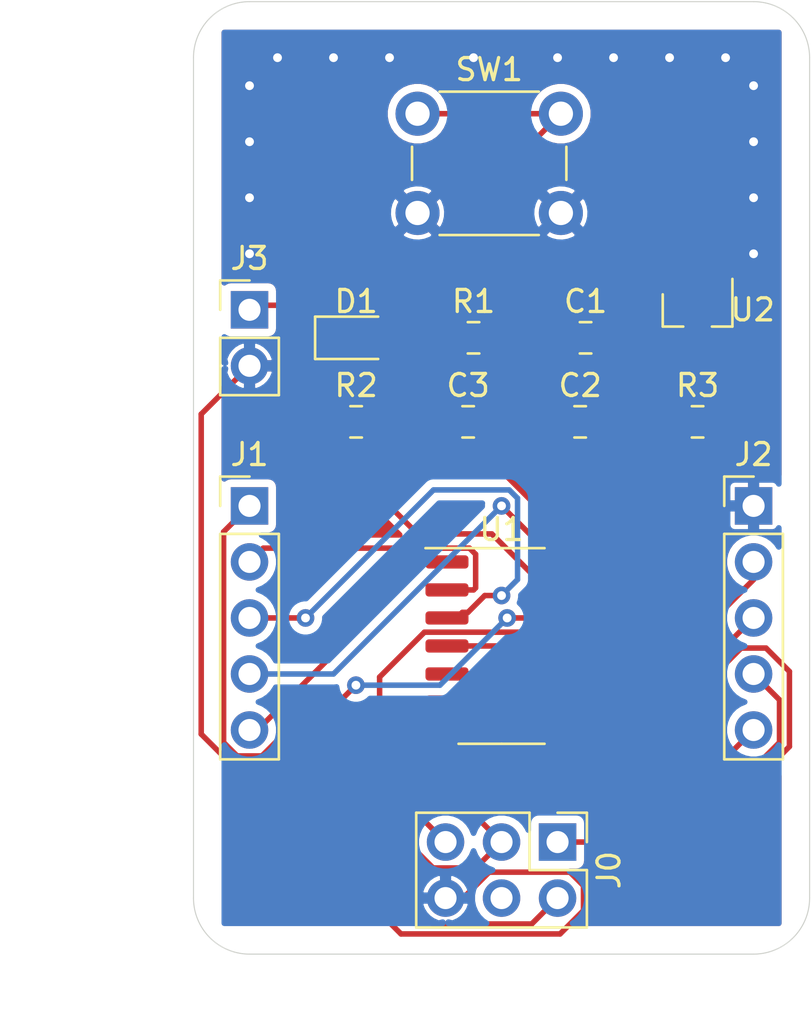
<source format=kicad_pcb>
(kicad_pcb (version 20171130) (host pcbnew "(5.1.6-0-10_14)")

  (general
    (thickness 1.6)
    (drawings 10)
    (tracks 152)
    (zones 0)
    (modules 14)
    (nets 18)
  )

  (page A4)
  (layers
    (0 F.Cu signal)
    (31 B.Cu signal)
    (32 B.Adhes user)
    (33 F.Adhes user)
    (34 B.Paste user)
    (35 F.Paste user)
    (36 B.SilkS user)
    (37 F.SilkS user)
    (38 B.Mask user)
    (39 F.Mask user)
    (40 Dwgs.User user)
    (41 Cmts.User user)
    (42 Eco1.User user)
    (43 Eco2.User user)
    (44 Edge.Cuts user)
    (45 Margin user)
    (46 B.CrtYd user)
    (47 F.CrtYd user)
    (48 B.Fab user)
    (49 F.Fab user hide)
  )

  (setup
    (last_trace_width 0.25)
    (trace_clearance 0.2)
    (zone_clearance 0.508)
    (zone_45_only no)
    (trace_min 0.2)
    (via_size 0.8)
    (via_drill 0.4)
    (via_min_size 0.4)
    (via_min_drill 0.3)
    (uvia_size 0.3)
    (uvia_drill 0.1)
    (uvias_allowed no)
    (uvia_min_size 0.2)
    (uvia_min_drill 0.1)
    (edge_width 0.05)
    (segment_width 0.2)
    (pcb_text_width 0.3)
    (pcb_text_size 1.5 1.5)
    (mod_edge_width 0.12)
    (mod_text_size 1 1)
    (mod_text_width 0.15)
    (pad_size 1.524 1.524)
    (pad_drill 0.762)
    (pad_to_mask_clearance 0.05)
    (aux_axis_origin 104.14 127)
    (grid_origin 115.57 111.76)
    (visible_elements FFFFFF7F)
    (pcbplotparams
      (layerselection 0x010fc_ffffffff)
      (usegerberextensions false)
      (usegerberattributes true)
      (usegerberadvancedattributes true)
      (creategerberjobfile true)
      (excludeedgelayer true)
      (linewidth 0.100000)
      (plotframeref false)
      (viasonmask false)
      (mode 1)
      (useauxorigin false)
      (hpglpennumber 1)
      (hpglpenspeed 20)
      (hpglpendiameter 15.000000)
      (psnegative false)
      (psa4output false)
      (plotreference true)
      (plotvalue true)
      (plotinvisibletext false)
      (padsonsilk false)
      (subtractmaskfromsilk false)
      (outputformat 1)
      (mirror false)
      (drillshape 0)
      (scaleselection 1)
      (outputdirectory "gerber/"))
  )

  (net 0 "")
  (net 1 GND)
  (net 2 +3V3)
  (net 3 +BATT)
  (net 4 LED)
  (net 5 "Net-(D1-Pad1)")
  (net 6 reset)
  (net 7 "Net-(J0-Pad4)")
  (net 8 SWCLK)
  (net 9 SWDIO)
  (net 10 GPIO_4)
  (net 11 GPIO_3)
  (net 12 GPIO_2)
  (net 13 GPIO_1)
  (net 14 GPIO_5)
  (net 15 GPIO_6)
  (net 16 GPIO_7)
  (net 17 GPIO_8)

  (net_class Default "This is the default net class."
    (clearance 0.2)
    (trace_width 0.25)
    (via_dia 0.8)
    (via_drill 0.4)
    (uvia_dia 0.3)
    (uvia_drill 0.1)
    (add_net +3V3)
    (add_net +BATT)
    (add_net GND)
    (add_net GPIO_1)
    (add_net GPIO_2)
    (add_net GPIO_3)
    (add_net GPIO_4)
    (add_net GPIO_5)
    (add_net GPIO_6)
    (add_net GPIO_7)
    (add_net GPIO_8)
    (add_net LED)
    (add_net "Net-(D1-Pad1)")
    (add_net "Net-(J0-Pad4)")
    (add_net SWCLK)
    (add_net SWDIO)
    (add_net reset)
  )

  (module Package_TO_SOT_SMD:SOT-23 (layer F.Cu) (tedit 5A02FF57) (tstamp 5F75FDB2)
    (at 124.46 97.79 270)
    (descr "SOT-23, Standard")
    (tags SOT-23)
    (path /5F77E7BD)
    (attr smd)
    (fp_text reference U2 (at 0 -2.5 180) (layer F.SilkS)
      (effects (font (size 1 1) (thickness 0.15)))
    )
    (fp_text value APE8865NR-12-HF-3 (at 0 2.5 90) (layer F.Fab)
      (effects (font (size 1 1) (thickness 0.15)))
    )
    (fp_text user %R (at 0 0) (layer F.Fab)
      (effects (font (size 0.5 0.5) (thickness 0.075)))
    )
    (fp_line (start -0.7 -0.95) (end -0.7 1.5) (layer F.Fab) (width 0.1))
    (fp_line (start -0.15 -1.52) (end 0.7 -1.52) (layer F.Fab) (width 0.1))
    (fp_line (start -0.7 -0.95) (end -0.15 -1.52) (layer F.Fab) (width 0.1))
    (fp_line (start 0.7 -1.52) (end 0.7 1.52) (layer F.Fab) (width 0.1))
    (fp_line (start -0.7 1.52) (end 0.7 1.52) (layer F.Fab) (width 0.1))
    (fp_line (start 0.76 1.58) (end 0.76 0.65) (layer F.SilkS) (width 0.12))
    (fp_line (start 0.76 -1.58) (end 0.76 -0.65) (layer F.SilkS) (width 0.12))
    (fp_line (start -1.7 -1.75) (end 1.7 -1.75) (layer F.CrtYd) (width 0.05))
    (fp_line (start 1.7 -1.75) (end 1.7 1.75) (layer F.CrtYd) (width 0.05))
    (fp_line (start 1.7 1.75) (end -1.7 1.75) (layer F.CrtYd) (width 0.05))
    (fp_line (start -1.7 1.75) (end -1.7 -1.75) (layer F.CrtYd) (width 0.05))
    (fp_line (start 0.76 -1.58) (end -1.4 -1.58) (layer F.SilkS) (width 0.12))
    (fp_line (start 0.76 1.58) (end -0.7 1.58) (layer F.SilkS) (width 0.12))
    (pad 3 smd rect (at 1 0 270) (size 0.9 0.8) (layers F.Cu F.Paste F.Mask)
      (net 1 GND))
    (pad 2 smd rect (at -1 0.95 270) (size 0.9 0.8) (layers F.Cu F.Paste F.Mask)
      (net 2 +3V3))
    (pad 1 smd rect (at -1 -0.95 270) (size 0.9 0.8) (layers F.Cu F.Paste F.Mask)
      (net 3 +BATT))
    (model ${KISYS3DMOD}/Package_TO_SOT_SMD.3dshapes/SOT-23.wrl
      (at (xyz 0 0 0))
      (scale (xyz 1 1 1))
      (rotate (xyz 0 0 0))
    )
  )

  (module Package_SO:SOIC-14_3.9x8.7mm_P1.27mm (layer F.Cu) (tedit 5D9F72B1) (tstamp 5F75FD9D)
    (at 115.57 113.03)
    (descr "SOIC, 14 Pin (JEDEC MS-012AB, https://www.analog.com/media/en/package-pcb-resources/package/pkg_pdf/soic_narrow-r/r_14.pdf), generated with kicad-footprint-generator ipc_gullwing_generator.py")
    (tags "SOIC SO")
    (path /5F759957)
    (attr smd)
    (fp_text reference U1 (at 0 -5.28) (layer F.SilkS)
      (effects (font (size 1 1) (thickness 0.15)))
    )
    (fp_text value ATSAMD10C14A-SS (at 0 5.28) (layer F.Fab)
      (effects (font (size 1 1) (thickness 0.15)))
    )
    (fp_text user %R (at 0 0) (layer F.Fab)
      (effects (font (size 0.98 0.98) (thickness 0.15)))
    )
    (fp_line (start 0 4.435) (end 1.95 4.435) (layer F.SilkS) (width 0.12))
    (fp_line (start 0 4.435) (end -1.95 4.435) (layer F.SilkS) (width 0.12))
    (fp_line (start 0 -4.435) (end 1.95 -4.435) (layer F.SilkS) (width 0.12))
    (fp_line (start 0 -4.435) (end -3.45 -4.435) (layer F.SilkS) (width 0.12))
    (fp_line (start -0.975 -4.325) (end 1.95 -4.325) (layer F.Fab) (width 0.1))
    (fp_line (start 1.95 -4.325) (end 1.95 4.325) (layer F.Fab) (width 0.1))
    (fp_line (start 1.95 4.325) (end -1.95 4.325) (layer F.Fab) (width 0.1))
    (fp_line (start -1.95 4.325) (end -1.95 -3.35) (layer F.Fab) (width 0.1))
    (fp_line (start -1.95 -3.35) (end -0.975 -4.325) (layer F.Fab) (width 0.1))
    (fp_line (start -3.7 -4.58) (end -3.7 4.58) (layer F.CrtYd) (width 0.05))
    (fp_line (start -3.7 4.58) (end 3.7 4.58) (layer F.CrtYd) (width 0.05))
    (fp_line (start 3.7 4.58) (end 3.7 -4.58) (layer F.CrtYd) (width 0.05))
    (fp_line (start 3.7 -4.58) (end -3.7 -4.58) (layer F.CrtYd) (width 0.05))
    (pad 14 smd roundrect (at 2.475 -3.81) (size 1.95 0.6) (layers F.Cu F.Paste F.Mask) (roundrect_rratio 0.25)
      (net 11 GPIO_3))
    (pad 13 smd roundrect (at 2.475 -2.54) (size 1.95 0.6) (layers F.Cu F.Paste F.Mask) (roundrect_rratio 0.25)
      (net 4 LED))
    (pad 12 smd roundrect (at 2.475 -1.27) (size 1.95 0.6) (layers F.Cu F.Paste F.Mask) (roundrect_rratio 0.25)
      (net 2 +3V3))
    (pad 11 smd roundrect (at 2.475 0) (size 1.95 0.6) (layers F.Cu F.Paste F.Mask) (roundrect_rratio 0.25)
      (net 1 GND))
    (pad 10 smd roundrect (at 2.475 1.27) (size 1.95 0.6) (layers F.Cu F.Paste F.Mask) (roundrect_rratio 0.25)
      (net 17 GPIO_8))
    (pad 9 smd roundrect (at 2.475 2.54) (size 1.95 0.6) (layers F.Cu F.Paste F.Mask) (roundrect_rratio 0.25)
      (net 16 GPIO_7))
    (pad 8 smd roundrect (at 2.475 3.81) (size 1.95 0.6) (layers F.Cu F.Paste F.Mask) (roundrect_rratio 0.25)
      (net 9 SWDIO))
    (pad 7 smd roundrect (at -2.475 3.81) (size 1.95 0.6) (layers F.Cu F.Paste F.Mask) (roundrect_rratio 0.25)
      (net 8 SWCLK))
    (pad 6 smd roundrect (at -2.475 2.54) (size 1.95 0.6) (layers F.Cu F.Paste F.Mask) (roundrect_rratio 0.25)
      (net 6 reset))
    (pad 5 smd roundrect (at -2.475 1.27) (size 1.95 0.6) (layers F.Cu F.Paste F.Mask) (roundrect_rratio 0.25)
      (net 15 GPIO_6))
    (pad 4 smd roundrect (at -2.475 0) (size 1.95 0.6) (layers F.Cu F.Paste F.Mask) (roundrect_rratio 0.25)
      (net 14 GPIO_5))
    (pad 3 smd roundrect (at -2.475 -1.27) (size 1.95 0.6) (layers F.Cu F.Paste F.Mask) (roundrect_rratio 0.25)
      (net 12 GPIO_2))
    (pad 2 smd roundrect (at -2.475 -2.54) (size 1.95 0.6) (layers F.Cu F.Paste F.Mask) (roundrect_rratio 0.25)
      (net 13 GPIO_1))
    (pad 1 smd roundrect (at -2.475 -3.81) (size 1.95 0.6) (layers F.Cu F.Paste F.Mask) (roundrect_rratio 0.25)
      (net 10 GPIO_4))
    (model ${KISYS3DMOD}/Package_SO.3dshapes/SOIC-14_3.9x8.7mm_P1.27mm.wrl
      (at (xyz 0 0 0))
      (scale (xyz 1 1 1))
      (rotate (xyz 0 0 0))
    )
  )

  (module Button_Switch_THT:SW_PUSH_6mm (layer F.Cu) (tedit 5A02FE31) (tstamp 5F75FD7D)
    (at 111.76 88.9)
    (descr https://www.omron.com/ecb/products/pdf/en-b3f.pdf)
    (tags "tact sw push 6mm")
    (path /5F762F51)
    (fp_text reference SW1 (at 3.25 -2) (layer F.SilkS)
      (effects (font (size 1 1) (thickness 0.15)))
    )
    (fp_text value SW_Push (at 3.75 6.7) (layer F.Fab)
      (effects (font (size 1 1) (thickness 0.15)))
    )
    (fp_text user %R (at 3.25 2.25) (layer F.Fab)
      (effects (font (size 1 1) (thickness 0.15)))
    )
    (fp_line (start 3.25 -0.75) (end 6.25 -0.75) (layer F.Fab) (width 0.1))
    (fp_line (start 6.25 -0.75) (end 6.25 5.25) (layer F.Fab) (width 0.1))
    (fp_line (start 6.25 5.25) (end 0.25 5.25) (layer F.Fab) (width 0.1))
    (fp_line (start 0.25 5.25) (end 0.25 -0.75) (layer F.Fab) (width 0.1))
    (fp_line (start 0.25 -0.75) (end 3.25 -0.75) (layer F.Fab) (width 0.1))
    (fp_line (start 7.75 6) (end 8 6) (layer F.CrtYd) (width 0.05))
    (fp_line (start 8 6) (end 8 5.75) (layer F.CrtYd) (width 0.05))
    (fp_line (start 7.75 -1.5) (end 8 -1.5) (layer F.CrtYd) (width 0.05))
    (fp_line (start 8 -1.5) (end 8 -1.25) (layer F.CrtYd) (width 0.05))
    (fp_line (start -1.5 -1.25) (end -1.5 -1.5) (layer F.CrtYd) (width 0.05))
    (fp_line (start -1.5 -1.5) (end -1.25 -1.5) (layer F.CrtYd) (width 0.05))
    (fp_line (start -1.5 5.75) (end -1.5 6) (layer F.CrtYd) (width 0.05))
    (fp_line (start -1.5 6) (end -1.25 6) (layer F.CrtYd) (width 0.05))
    (fp_line (start -1.25 -1.5) (end 7.75 -1.5) (layer F.CrtYd) (width 0.05))
    (fp_line (start -1.5 5.75) (end -1.5 -1.25) (layer F.CrtYd) (width 0.05))
    (fp_line (start 7.75 6) (end -1.25 6) (layer F.CrtYd) (width 0.05))
    (fp_line (start 8 -1.25) (end 8 5.75) (layer F.CrtYd) (width 0.05))
    (fp_line (start 1 5.5) (end 5.5 5.5) (layer F.SilkS) (width 0.12))
    (fp_line (start -0.25 1.5) (end -0.25 3) (layer F.SilkS) (width 0.12))
    (fp_line (start 5.5 -1) (end 1 -1) (layer F.SilkS) (width 0.12))
    (fp_line (start 6.75 3) (end 6.75 1.5) (layer F.SilkS) (width 0.12))
    (fp_circle (center 3.25 2.25) (end 1.25 2.5) (layer F.Fab) (width 0.1))
    (pad 1 thru_hole circle (at 6.5 0 90) (size 2 2) (drill 1.1) (layers *.Cu *.Mask)
      (net 6 reset))
    (pad 2 thru_hole circle (at 6.5 4.5 90) (size 2 2) (drill 1.1) (layers *.Cu *.Mask)
      (net 1 GND))
    (pad 1 thru_hole circle (at 0 0 90) (size 2 2) (drill 1.1) (layers *.Cu *.Mask)
      (net 6 reset))
    (pad 2 thru_hole circle (at 0 4.5 90) (size 2 2) (drill 1.1) (layers *.Cu *.Mask)
      (net 1 GND))
    (model ${KISYS3DMOD}/Button_Switch_THT.3dshapes/SW_PUSH_6mm.wrl
      (at (xyz 0 0 0))
      (scale (xyz 1 1 1))
      (rotate (xyz 0 0 0))
    )
  )

  (module Resistor_SMD:R_0805_2012Metric_Pad1.15x1.40mm_HandSolder (layer F.Cu) (tedit 5B36C52B) (tstamp 5F75FD5E)
    (at 124.46 102.87)
    (descr "Resistor SMD 0805 (2012 Metric), square (rectangular) end terminal, IPC_7351 nominal with elongated pad for handsoldering. (Body size source: https://docs.google.com/spreadsheets/d/1BsfQQcO9C6DZCsRaXUlFlo91Tg2WpOkGARC1WS5S8t0/edit?usp=sharing), generated with kicad-footprint-generator")
    (tags "resistor handsolder")
    (path /5F771A27)
    (attr smd)
    (fp_text reference R3 (at 0 -1.65) (layer F.SilkS)
      (effects (font (size 1 1) (thickness 0.15)))
    )
    (fp_text value 1k (at 0 1.65) (layer F.Fab)
      (effects (font (size 1 1) (thickness 0.15)))
    )
    (fp_text user %R (at 0 0) (layer F.Fab)
      (effects (font (size 0.5 0.5) (thickness 0.08)))
    )
    (fp_line (start -1 0.6) (end -1 -0.6) (layer F.Fab) (width 0.1))
    (fp_line (start -1 -0.6) (end 1 -0.6) (layer F.Fab) (width 0.1))
    (fp_line (start 1 -0.6) (end 1 0.6) (layer F.Fab) (width 0.1))
    (fp_line (start 1 0.6) (end -1 0.6) (layer F.Fab) (width 0.1))
    (fp_line (start -0.261252 -0.71) (end 0.261252 -0.71) (layer F.SilkS) (width 0.12))
    (fp_line (start -0.261252 0.71) (end 0.261252 0.71) (layer F.SilkS) (width 0.12))
    (fp_line (start -1.85 0.95) (end -1.85 -0.95) (layer F.CrtYd) (width 0.05))
    (fp_line (start -1.85 -0.95) (end 1.85 -0.95) (layer F.CrtYd) (width 0.05))
    (fp_line (start 1.85 -0.95) (end 1.85 0.95) (layer F.CrtYd) (width 0.05))
    (fp_line (start 1.85 0.95) (end -1.85 0.95) (layer F.CrtYd) (width 0.05))
    (pad 2 smd roundrect (at 1.025 0) (size 1.15 1.4) (layers F.Cu F.Paste F.Mask) (roundrect_rratio 0.217391)
      (net 8 SWCLK))
    (pad 1 smd roundrect (at -1.025 0) (size 1.15 1.4) (layers F.Cu F.Paste F.Mask) (roundrect_rratio 0.217391)
      (net 2 +3V3))
    (model ${KISYS3DMOD}/Resistor_SMD.3dshapes/R_0805_2012Metric.wrl
      (at (xyz 0 0 0))
      (scale (xyz 1 1 1))
      (rotate (xyz 0 0 0))
    )
  )

  (module Resistor_SMD:R_0805_2012Metric_Pad1.15x1.40mm_HandSolder (layer F.Cu) (tedit 5B36C52B) (tstamp 5F75FD4D)
    (at 108.975 102.87)
    (descr "Resistor SMD 0805 (2012 Metric), square (rectangular) end terminal, IPC_7351 nominal with elongated pad for handsoldering. (Body size source: https://docs.google.com/spreadsheets/d/1BsfQQcO9C6DZCsRaXUlFlo91Tg2WpOkGARC1WS5S8t0/edit?usp=sharing), generated with kicad-footprint-generator")
    (tags "resistor handsolder")
    (path /5F764B43)
    (attr smd)
    (fp_text reference R2 (at 0 -1.65) (layer F.SilkS)
      (effects (font (size 1 1) (thickness 0.15)))
    )
    (fp_text value 1k (at 0 1.65) (layer F.Fab)
      (effects (font (size 1 1) (thickness 0.15)))
    )
    (fp_text user %R (at 0 0) (layer F.Fab)
      (effects (font (size 0.5 0.5) (thickness 0.08)))
    )
    (fp_line (start -1 0.6) (end -1 -0.6) (layer F.Fab) (width 0.1))
    (fp_line (start -1 -0.6) (end 1 -0.6) (layer F.Fab) (width 0.1))
    (fp_line (start 1 -0.6) (end 1 0.6) (layer F.Fab) (width 0.1))
    (fp_line (start 1 0.6) (end -1 0.6) (layer F.Fab) (width 0.1))
    (fp_line (start -0.261252 -0.71) (end 0.261252 -0.71) (layer F.SilkS) (width 0.12))
    (fp_line (start -0.261252 0.71) (end 0.261252 0.71) (layer F.SilkS) (width 0.12))
    (fp_line (start -1.85 0.95) (end -1.85 -0.95) (layer F.CrtYd) (width 0.05))
    (fp_line (start -1.85 -0.95) (end 1.85 -0.95) (layer F.CrtYd) (width 0.05))
    (fp_line (start 1.85 -0.95) (end 1.85 0.95) (layer F.CrtYd) (width 0.05))
    (fp_line (start 1.85 0.95) (end -1.85 0.95) (layer F.CrtYd) (width 0.05))
    (pad 2 smd roundrect (at 1.025 0) (size 1.15 1.4) (layers F.Cu F.Paste F.Mask) (roundrect_rratio 0.217391)
      (net 5 "Net-(D1-Pad1)"))
    (pad 1 smd roundrect (at -1.025 0) (size 1.15 1.4) (layers F.Cu F.Paste F.Mask) (roundrect_rratio 0.217391)
      (net 1 GND))
    (model ${KISYS3DMOD}/Resistor_SMD.3dshapes/R_0805_2012Metric.wrl
      (at (xyz 0 0 0))
      (scale (xyz 1 1 1))
      (rotate (xyz 0 0 0))
    )
  )

  (module Resistor_SMD:R_0805_2012Metric_Pad1.15x1.40mm_HandSolder (layer F.Cu) (tedit 5B36C52B) (tstamp 5F75FD3C)
    (at 114.3 99.06)
    (descr "Resistor SMD 0805 (2012 Metric), square (rectangular) end terminal, IPC_7351 nominal with elongated pad for handsoldering. (Body size source: https://docs.google.com/spreadsheets/d/1BsfQQcO9C6DZCsRaXUlFlo91Tg2WpOkGARC1WS5S8t0/edit?usp=sharing), generated with kicad-footprint-generator")
    (tags "resistor handsolder")
    (path /5F75DA62)
    (attr smd)
    (fp_text reference R1 (at 0 -1.65) (layer F.SilkS)
      (effects (font (size 1 1) (thickness 0.15)))
    )
    (fp_text value 10k (at 0 1.65) (layer F.Fab)
      (effects (font (size 1 1) (thickness 0.15)))
    )
    (fp_text user %R (at 0 0) (layer F.Fab)
      (effects (font (size 0.5 0.5) (thickness 0.08)))
    )
    (fp_line (start -1 0.6) (end -1 -0.6) (layer F.Fab) (width 0.1))
    (fp_line (start -1 -0.6) (end 1 -0.6) (layer F.Fab) (width 0.1))
    (fp_line (start 1 -0.6) (end 1 0.6) (layer F.Fab) (width 0.1))
    (fp_line (start 1 0.6) (end -1 0.6) (layer F.Fab) (width 0.1))
    (fp_line (start -0.261252 -0.71) (end 0.261252 -0.71) (layer F.SilkS) (width 0.12))
    (fp_line (start -0.261252 0.71) (end 0.261252 0.71) (layer F.SilkS) (width 0.12))
    (fp_line (start -1.85 0.95) (end -1.85 -0.95) (layer F.CrtYd) (width 0.05))
    (fp_line (start -1.85 -0.95) (end 1.85 -0.95) (layer F.CrtYd) (width 0.05))
    (fp_line (start 1.85 -0.95) (end 1.85 0.95) (layer F.CrtYd) (width 0.05))
    (fp_line (start 1.85 0.95) (end -1.85 0.95) (layer F.CrtYd) (width 0.05))
    (pad 2 smd roundrect (at 1.025 0) (size 1.15 1.4) (layers F.Cu F.Paste F.Mask) (roundrect_rratio 0.217391)
      (net 6 reset))
    (pad 1 smd roundrect (at -1.025 0) (size 1.15 1.4) (layers F.Cu F.Paste F.Mask) (roundrect_rratio 0.217391)
      (net 2 +3V3))
    (model ${KISYS3DMOD}/Resistor_SMD.3dshapes/R_0805_2012Metric.wrl
      (at (xyz 0 0 0))
      (scale (xyz 1 1 1))
      (rotate (xyz 0 0 0))
    )
  )

  (module Connector_PinHeader_2.54mm:PinHeader_1x02_P2.54mm_Vertical (layer F.Cu) (tedit 59FED5CC) (tstamp 5F75FD2B)
    (at 104.14 97.79)
    (descr "Through hole straight pin header, 1x02, 2.54mm pitch, single row")
    (tags "Through hole pin header THT 1x02 2.54mm single row")
    (path /5F77DAE2)
    (fp_text reference J3 (at 0 -2.33) (layer F.SilkS)
      (effects (font (size 1 1) (thickness 0.15)))
    )
    (fp_text value Battery (at 0 4.87) (layer F.Fab)
      (effects (font (size 1 1) (thickness 0.15)))
    )
    (fp_text user %R (at 0 1.27 90) (layer F.Fab)
      (effects (font (size 1 1) (thickness 0.15)))
    )
    (fp_line (start -0.635 -1.27) (end 1.27 -1.27) (layer F.Fab) (width 0.1))
    (fp_line (start 1.27 -1.27) (end 1.27 3.81) (layer F.Fab) (width 0.1))
    (fp_line (start 1.27 3.81) (end -1.27 3.81) (layer F.Fab) (width 0.1))
    (fp_line (start -1.27 3.81) (end -1.27 -0.635) (layer F.Fab) (width 0.1))
    (fp_line (start -1.27 -0.635) (end -0.635 -1.27) (layer F.Fab) (width 0.1))
    (fp_line (start -1.33 3.87) (end 1.33 3.87) (layer F.SilkS) (width 0.12))
    (fp_line (start -1.33 1.27) (end -1.33 3.87) (layer F.SilkS) (width 0.12))
    (fp_line (start 1.33 1.27) (end 1.33 3.87) (layer F.SilkS) (width 0.12))
    (fp_line (start -1.33 1.27) (end 1.33 1.27) (layer F.SilkS) (width 0.12))
    (fp_line (start -1.33 0) (end -1.33 -1.33) (layer F.SilkS) (width 0.12))
    (fp_line (start -1.33 -1.33) (end 0 -1.33) (layer F.SilkS) (width 0.12))
    (fp_line (start -1.8 -1.8) (end -1.8 4.35) (layer F.CrtYd) (width 0.05))
    (fp_line (start -1.8 4.35) (end 1.8 4.35) (layer F.CrtYd) (width 0.05))
    (fp_line (start 1.8 4.35) (end 1.8 -1.8) (layer F.CrtYd) (width 0.05))
    (fp_line (start 1.8 -1.8) (end -1.8 -1.8) (layer F.CrtYd) (width 0.05))
    (pad 2 thru_hole oval (at 0 2.54) (size 1.7 1.7) (drill 1) (layers *.Cu *.Mask)
      (net 1 GND))
    (pad 1 thru_hole rect (at 0 0) (size 1.7 1.7) (drill 1) (layers *.Cu *.Mask)
      (net 3 +BATT))
    (model ${KISYS3DMOD}/Connector_PinHeader_2.54mm.3dshapes/PinHeader_1x02_P2.54mm_Vertical.wrl
      (at (xyz 0 0 0))
      (scale (xyz 1 1 1))
      (rotate (xyz 0 0 0))
    )
  )

  (module Connector_PinHeader_2.54mm:PinHeader_1x05_P2.54mm_Vertical (layer F.Cu) (tedit 59FED5CC) (tstamp 5F75FD15)
    (at 127 106.68)
    (descr "Through hole straight pin header, 1x05, 2.54mm pitch, single row")
    (tags "Through hole pin header THT 1x05 2.54mm single row")
    (path /5F768C12)
    (fp_text reference J2 (at 0 -2.33) (layer F.SilkS)
      (effects (font (size 1 1) (thickness 0.15)))
    )
    (fp_text value GPIO_B (at 0 12.49) (layer F.Fab)
      (effects (font (size 1 1) (thickness 0.15)))
    )
    (fp_text user %R (at 0 5.08 90) (layer F.Fab)
      (effects (font (size 1 1) (thickness 0.15)))
    )
    (fp_line (start -0.635 -1.27) (end 1.27 -1.27) (layer F.Fab) (width 0.1))
    (fp_line (start 1.27 -1.27) (end 1.27 11.43) (layer F.Fab) (width 0.1))
    (fp_line (start 1.27 11.43) (end -1.27 11.43) (layer F.Fab) (width 0.1))
    (fp_line (start -1.27 11.43) (end -1.27 -0.635) (layer F.Fab) (width 0.1))
    (fp_line (start -1.27 -0.635) (end -0.635 -1.27) (layer F.Fab) (width 0.1))
    (fp_line (start -1.33 11.49) (end 1.33 11.49) (layer F.SilkS) (width 0.12))
    (fp_line (start -1.33 1.27) (end -1.33 11.49) (layer F.SilkS) (width 0.12))
    (fp_line (start 1.33 1.27) (end 1.33 11.49) (layer F.SilkS) (width 0.12))
    (fp_line (start -1.33 1.27) (end 1.33 1.27) (layer F.SilkS) (width 0.12))
    (fp_line (start -1.33 0) (end -1.33 -1.33) (layer F.SilkS) (width 0.12))
    (fp_line (start -1.33 -1.33) (end 0 -1.33) (layer F.SilkS) (width 0.12))
    (fp_line (start -1.8 -1.8) (end -1.8 11.95) (layer F.CrtYd) (width 0.05))
    (fp_line (start -1.8 11.95) (end 1.8 11.95) (layer F.CrtYd) (width 0.05))
    (fp_line (start 1.8 11.95) (end 1.8 -1.8) (layer F.CrtYd) (width 0.05))
    (fp_line (start 1.8 -1.8) (end -1.8 -1.8) (layer F.CrtYd) (width 0.05))
    (pad 5 thru_hole oval (at 0 10.16) (size 1.7 1.7) (drill 1) (layers *.Cu *.Mask)
      (net 14 GPIO_5))
    (pad 4 thru_hole oval (at 0 7.62) (size 1.7 1.7) (drill 1) (layers *.Cu *.Mask)
      (net 15 GPIO_6))
    (pad 3 thru_hole oval (at 0 5.08) (size 1.7 1.7) (drill 1) (layers *.Cu *.Mask)
      (net 16 GPIO_7))
    (pad 2 thru_hole oval (at 0 2.54) (size 1.7 1.7) (drill 1) (layers *.Cu *.Mask)
      (net 17 GPIO_8))
    (pad 1 thru_hole rect (at 0 0) (size 1.7 1.7) (drill 1) (layers *.Cu *.Mask)
      (net 1 GND))
    (model ${KISYS3DMOD}/Connector_PinHeader_2.54mm.3dshapes/PinHeader_1x05_P2.54mm_Vertical.wrl
      (at (xyz 0 0 0))
      (scale (xyz 1 1 1))
      (rotate (xyz 0 0 0))
    )
  )

  (module Connector_PinHeader_2.54mm:PinHeader_1x05_P2.54mm_Vertical (layer F.Cu) (tedit 59FED5CC) (tstamp 5F75FCFC)
    (at 104.14 106.68)
    (descr "Through hole straight pin header, 1x05, 2.54mm pitch, single row")
    (tags "Through hole pin header THT 1x05 2.54mm single row")
    (path /5F7683E4)
    (fp_text reference J1 (at 0 -2.33) (layer F.SilkS)
      (effects (font (size 1 1) (thickness 0.15)))
    )
    (fp_text value GPIO_A (at 0 12.49) (layer F.Fab)
      (effects (font (size 1 1) (thickness 0.15)))
    )
    (fp_text user %R (at 0 5.08 90) (layer F.Fab)
      (effects (font (size 1 1) (thickness 0.15)))
    )
    (fp_line (start -0.635 -1.27) (end 1.27 -1.27) (layer F.Fab) (width 0.1))
    (fp_line (start 1.27 -1.27) (end 1.27 11.43) (layer F.Fab) (width 0.1))
    (fp_line (start 1.27 11.43) (end -1.27 11.43) (layer F.Fab) (width 0.1))
    (fp_line (start -1.27 11.43) (end -1.27 -0.635) (layer F.Fab) (width 0.1))
    (fp_line (start -1.27 -0.635) (end -0.635 -1.27) (layer F.Fab) (width 0.1))
    (fp_line (start -1.33 11.49) (end 1.33 11.49) (layer F.SilkS) (width 0.12))
    (fp_line (start -1.33 1.27) (end -1.33 11.49) (layer F.SilkS) (width 0.12))
    (fp_line (start 1.33 1.27) (end 1.33 11.49) (layer F.SilkS) (width 0.12))
    (fp_line (start -1.33 1.27) (end 1.33 1.27) (layer F.SilkS) (width 0.12))
    (fp_line (start -1.33 0) (end -1.33 -1.33) (layer F.SilkS) (width 0.12))
    (fp_line (start -1.33 -1.33) (end 0 -1.33) (layer F.SilkS) (width 0.12))
    (fp_line (start -1.8 -1.8) (end -1.8 11.95) (layer F.CrtYd) (width 0.05))
    (fp_line (start -1.8 11.95) (end 1.8 11.95) (layer F.CrtYd) (width 0.05))
    (fp_line (start 1.8 11.95) (end 1.8 -1.8) (layer F.CrtYd) (width 0.05))
    (fp_line (start 1.8 -1.8) (end -1.8 -1.8) (layer F.CrtYd) (width 0.05))
    (pad 5 thru_hole oval (at 0 10.16) (size 1.7 1.7) (drill 1) (layers *.Cu *.Mask)
      (net 10 GPIO_4))
    (pad 4 thru_hole oval (at 0 7.62) (size 1.7 1.7) (drill 1) (layers *.Cu *.Mask)
      (net 11 GPIO_3))
    (pad 3 thru_hole oval (at 0 5.08) (size 1.7 1.7) (drill 1) (layers *.Cu *.Mask)
      (net 12 GPIO_2))
    (pad 2 thru_hole oval (at 0 2.54) (size 1.7 1.7) (drill 1) (layers *.Cu *.Mask)
      (net 13 GPIO_1))
    (pad 1 thru_hole rect (at 0 0) (size 1.7 1.7) (drill 1) (layers *.Cu *.Mask)
      (net 2 +3V3))
    (model ${KISYS3DMOD}/Connector_PinHeader_2.54mm.3dshapes/PinHeader_1x05_P2.54mm_Vertical.wrl
      (at (xyz 0 0 0))
      (scale (xyz 1 1 1))
      (rotate (xyz 0 0 0))
    )
  )

  (module Connector_PinHeader_2.54mm:PinHeader_2x03_P2.54mm_Vertical (layer F.Cu) (tedit 59FED5CC) (tstamp 5F75FCE3)
    (at 118.11 121.92 270)
    (descr "Through hole straight pin header, 2x03, 2.54mm pitch, double rows")
    (tags "Through hole pin header THT 2x03 2.54mm double row")
    (path /5F765B27)
    (fp_text reference J0 (at 1.27 -2.33 90) (layer F.SilkS)
      (effects (font (size 1 1) (thickness 0.15)))
    )
    (fp_text value SWD_PGM (at 1.27 7.41 90) (layer F.Fab)
      (effects (font (size 1 1) (thickness 0.15)))
    )
    (fp_text user %R (at 1.27 2.54) (layer F.Fab)
      (effects (font (size 1 1) (thickness 0.15)))
    )
    (fp_line (start 0 -1.27) (end 3.81 -1.27) (layer F.Fab) (width 0.1))
    (fp_line (start 3.81 -1.27) (end 3.81 6.35) (layer F.Fab) (width 0.1))
    (fp_line (start 3.81 6.35) (end -1.27 6.35) (layer F.Fab) (width 0.1))
    (fp_line (start -1.27 6.35) (end -1.27 0) (layer F.Fab) (width 0.1))
    (fp_line (start -1.27 0) (end 0 -1.27) (layer F.Fab) (width 0.1))
    (fp_line (start -1.33 6.41) (end 3.87 6.41) (layer F.SilkS) (width 0.12))
    (fp_line (start -1.33 1.27) (end -1.33 6.41) (layer F.SilkS) (width 0.12))
    (fp_line (start 3.87 -1.33) (end 3.87 6.41) (layer F.SilkS) (width 0.12))
    (fp_line (start -1.33 1.27) (end 1.27 1.27) (layer F.SilkS) (width 0.12))
    (fp_line (start 1.27 1.27) (end 1.27 -1.33) (layer F.SilkS) (width 0.12))
    (fp_line (start 1.27 -1.33) (end 3.87 -1.33) (layer F.SilkS) (width 0.12))
    (fp_line (start -1.33 0) (end -1.33 -1.33) (layer F.SilkS) (width 0.12))
    (fp_line (start -1.33 -1.33) (end 0 -1.33) (layer F.SilkS) (width 0.12))
    (fp_line (start -1.8 -1.8) (end -1.8 6.85) (layer F.CrtYd) (width 0.05))
    (fp_line (start -1.8 6.85) (end 4.35 6.85) (layer F.CrtYd) (width 0.05))
    (fp_line (start 4.35 6.85) (end 4.35 -1.8) (layer F.CrtYd) (width 0.05))
    (fp_line (start 4.35 -1.8) (end -1.8 -1.8) (layer F.CrtYd) (width 0.05))
    (pad 6 thru_hole oval (at 2.54 5.08 270) (size 1.7 1.7) (drill 1) (layers *.Cu *.Mask)
      (net 1 GND))
    (pad 5 thru_hole oval (at 0 5.08 270) (size 1.7 1.7) (drill 1) (layers *.Cu *.Mask)
      (net 6 reset))
    (pad 4 thru_hole oval (at 2.54 2.54 270) (size 1.7 1.7) (drill 1) (layers *.Cu *.Mask)
      (net 7 "Net-(J0-Pad4)"))
    (pad 3 thru_hole oval (at 0 2.54 270) (size 1.7 1.7) (drill 1) (layers *.Cu *.Mask)
      (net 8 SWCLK))
    (pad 2 thru_hole oval (at 2.54 0 270) (size 1.7 1.7) (drill 1) (layers *.Cu *.Mask)
      (net 2 +3V3))
    (pad 1 thru_hole rect (at 0 0 270) (size 1.7 1.7) (drill 1) (layers *.Cu *.Mask)
      (net 9 SWDIO))
    (model ${KISYS3DMOD}/Connector_PinHeader_2.54mm.3dshapes/PinHeader_2x03_P2.54mm_Vertical.wrl
      (at (xyz 0 0 0))
      (scale (xyz 1 1 1))
      (rotate (xyz 0 0 0))
    )
  )

  (module LED_SMD:LED_0805_2012Metric_Pad1.15x1.40mm_HandSolder (layer F.Cu) (tedit 5B4B45C9) (tstamp 5F75FCC7)
    (at 108.975 99.06)
    (descr "LED SMD 0805 (2012 Metric), square (rectangular) end terminal, IPC_7351 nominal, (Body size source: https://docs.google.com/spreadsheets/d/1BsfQQcO9C6DZCsRaXUlFlo91Tg2WpOkGARC1WS5S8t0/edit?usp=sharing), generated with kicad-footprint-generator")
    (tags "LED handsolder")
    (path /5F7641DB)
    (attr smd)
    (fp_text reference D1 (at 0 -1.65) (layer F.SilkS)
      (effects (font (size 1 1) (thickness 0.15)))
    )
    (fp_text value LED_ALT (at 0 1.65) (layer F.Fab)
      (effects (font (size 1 1) (thickness 0.15)))
    )
    (fp_text user %R (at 0 0) (layer F.Fab)
      (effects (font (size 0.5 0.5) (thickness 0.08)))
    )
    (fp_line (start 1 -0.6) (end -0.7 -0.6) (layer F.Fab) (width 0.1))
    (fp_line (start -0.7 -0.6) (end -1 -0.3) (layer F.Fab) (width 0.1))
    (fp_line (start -1 -0.3) (end -1 0.6) (layer F.Fab) (width 0.1))
    (fp_line (start -1 0.6) (end 1 0.6) (layer F.Fab) (width 0.1))
    (fp_line (start 1 0.6) (end 1 -0.6) (layer F.Fab) (width 0.1))
    (fp_line (start 1 -0.96) (end -1.86 -0.96) (layer F.SilkS) (width 0.12))
    (fp_line (start -1.86 -0.96) (end -1.86 0.96) (layer F.SilkS) (width 0.12))
    (fp_line (start -1.86 0.96) (end 1 0.96) (layer F.SilkS) (width 0.12))
    (fp_line (start -1.85 0.95) (end -1.85 -0.95) (layer F.CrtYd) (width 0.05))
    (fp_line (start -1.85 -0.95) (end 1.85 -0.95) (layer F.CrtYd) (width 0.05))
    (fp_line (start 1.85 -0.95) (end 1.85 0.95) (layer F.CrtYd) (width 0.05))
    (fp_line (start 1.85 0.95) (end -1.85 0.95) (layer F.CrtYd) (width 0.05))
    (pad 2 smd roundrect (at 1.025 0) (size 1.15 1.4) (layers F.Cu F.Paste F.Mask) (roundrect_rratio 0.217391)
      (net 4 LED))
    (pad 1 smd roundrect (at -1.025 0) (size 1.15 1.4) (layers F.Cu F.Paste F.Mask) (roundrect_rratio 0.217391)
      (net 5 "Net-(D1-Pad1)"))
    (model ${KISYS3DMOD}/LED_SMD.3dshapes/LED_0805_2012Metric.wrl
      (at (xyz 0 0 0))
      (scale (xyz 1 1 1))
      (rotate (xyz 0 0 0))
    )
  )

  (module Capacitor_SMD:C_0805_2012Metric_Pad1.15x1.40mm_HandSolder (layer F.Cu) (tedit 5B36C52B) (tstamp 5F75FCB4)
    (at 114.055 102.87)
    (descr "Capacitor SMD 0805 (2012 Metric), square (rectangular) end terminal, IPC_7351 nominal with elongated pad for handsoldering. (Body size source: https://docs.google.com/spreadsheets/d/1BsfQQcO9C6DZCsRaXUlFlo91Tg2WpOkGARC1WS5S8t0/edit?usp=sharing), generated with kicad-footprint-generator")
    (tags "capacitor handsolder")
    (path /5F781FD3)
    (attr smd)
    (fp_text reference C3 (at 0 -1.65) (layer F.SilkS)
      (effects (font (size 1 1) (thickness 0.15)))
    )
    (fp_text value 1uF (at 0 1.65) (layer F.Fab)
      (effects (font (size 1 1) (thickness 0.15)))
    )
    (fp_text user %R (at 0 0) (layer F.Fab)
      (effects (font (size 0.5 0.5) (thickness 0.08)))
    )
    (fp_line (start -1 0.6) (end -1 -0.6) (layer F.Fab) (width 0.1))
    (fp_line (start -1 -0.6) (end 1 -0.6) (layer F.Fab) (width 0.1))
    (fp_line (start 1 -0.6) (end 1 0.6) (layer F.Fab) (width 0.1))
    (fp_line (start 1 0.6) (end -1 0.6) (layer F.Fab) (width 0.1))
    (fp_line (start -0.261252 -0.71) (end 0.261252 -0.71) (layer F.SilkS) (width 0.12))
    (fp_line (start -0.261252 0.71) (end 0.261252 0.71) (layer F.SilkS) (width 0.12))
    (fp_line (start -1.85 0.95) (end -1.85 -0.95) (layer F.CrtYd) (width 0.05))
    (fp_line (start -1.85 -0.95) (end 1.85 -0.95) (layer F.CrtYd) (width 0.05))
    (fp_line (start 1.85 -0.95) (end 1.85 0.95) (layer F.CrtYd) (width 0.05))
    (fp_line (start 1.85 0.95) (end -1.85 0.95) (layer F.CrtYd) (width 0.05))
    (pad 2 smd roundrect (at 1.025 0) (size 1.15 1.4) (layers F.Cu F.Paste F.Mask) (roundrect_rratio 0.217391)
      (net 1 GND))
    (pad 1 smd roundrect (at -1.025 0) (size 1.15 1.4) (layers F.Cu F.Paste F.Mask) (roundrect_rratio 0.217391)
      (net 2 +3V3))
    (model ${KISYS3DMOD}/Capacitor_SMD.3dshapes/C_0805_2012Metric.wrl
      (at (xyz 0 0 0))
      (scale (xyz 1 1 1))
      (rotate (xyz 0 0 0))
    )
  )

  (module Capacitor_SMD:C_0805_2012Metric_Pad1.15x1.40mm_HandSolder (layer F.Cu) (tedit 5B36C52B) (tstamp 5F75FCA3)
    (at 119.135 102.87)
    (descr "Capacitor SMD 0805 (2012 Metric), square (rectangular) end terminal, IPC_7351 nominal with elongated pad for handsoldering. (Body size source: https://docs.google.com/spreadsheets/d/1BsfQQcO9C6DZCsRaXUlFlo91Tg2WpOkGARC1WS5S8t0/edit?usp=sharing), generated with kicad-footprint-generator")
    (tags "capacitor handsolder")
    (path /5F78163A)
    (attr smd)
    (fp_text reference C2 (at 0 -1.65) (layer F.SilkS)
      (effects (font (size 1 1) (thickness 0.15)))
    )
    (fp_text value 1uF (at 0 1.65) (layer F.Fab)
      (effects (font (size 1 1) (thickness 0.15)))
    )
    (fp_text user %R (at 0 0) (layer F.Fab)
      (effects (font (size 0.5 0.5) (thickness 0.08)))
    )
    (fp_line (start -1 0.6) (end -1 -0.6) (layer F.Fab) (width 0.1))
    (fp_line (start -1 -0.6) (end 1 -0.6) (layer F.Fab) (width 0.1))
    (fp_line (start 1 -0.6) (end 1 0.6) (layer F.Fab) (width 0.1))
    (fp_line (start 1 0.6) (end -1 0.6) (layer F.Fab) (width 0.1))
    (fp_line (start -0.261252 -0.71) (end 0.261252 -0.71) (layer F.SilkS) (width 0.12))
    (fp_line (start -0.261252 0.71) (end 0.261252 0.71) (layer F.SilkS) (width 0.12))
    (fp_line (start -1.85 0.95) (end -1.85 -0.95) (layer F.CrtYd) (width 0.05))
    (fp_line (start -1.85 -0.95) (end 1.85 -0.95) (layer F.CrtYd) (width 0.05))
    (fp_line (start 1.85 -0.95) (end 1.85 0.95) (layer F.CrtYd) (width 0.05))
    (fp_line (start 1.85 0.95) (end -1.85 0.95) (layer F.CrtYd) (width 0.05))
    (pad 2 smd roundrect (at 1.025 0) (size 1.15 1.4) (layers F.Cu F.Paste F.Mask) (roundrect_rratio 0.217391)
      (net 1 GND))
    (pad 1 smd roundrect (at -1.025 0) (size 1.15 1.4) (layers F.Cu F.Paste F.Mask) (roundrect_rratio 0.217391)
      (net 3 +BATT))
    (model ${KISYS3DMOD}/Capacitor_SMD.3dshapes/C_0805_2012Metric.wrl
      (at (xyz 0 0 0))
      (scale (xyz 1 1 1))
      (rotate (xyz 0 0 0))
    )
  )

  (module Capacitor_SMD:C_0805_2012Metric_Pad1.15x1.40mm_HandSolder (layer F.Cu) (tedit 5B36C52B) (tstamp 5F75FC92)
    (at 119.38 99.06)
    (descr "Capacitor SMD 0805 (2012 Metric), square (rectangular) end terminal, IPC_7351 nominal with elongated pad for handsoldering. (Body size source: https://docs.google.com/spreadsheets/d/1BsfQQcO9C6DZCsRaXUlFlo91Tg2WpOkGARC1WS5S8t0/edit?usp=sharing), generated with kicad-footprint-generator")
    (tags "capacitor handsolder")
    (path /5F75A39C)
    (attr smd)
    (fp_text reference C1 (at 0 -1.65) (layer F.SilkS)
      (effects (font (size 1 1) (thickness 0.15)))
    )
    (fp_text value 0.1uF (at 0 1.65) (layer F.Fab)
      (effects (font (size 1 1) (thickness 0.15)))
    )
    (fp_text user %R (at 0 0) (layer F.Fab)
      (effects (font (size 0.5 0.5) (thickness 0.08)))
    )
    (fp_line (start -1 0.6) (end -1 -0.6) (layer F.Fab) (width 0.1))
    (fp_line (start -1 -0.6) (end 1 -0.6) (layer F.Fab) (width 0.1))
    (fp_line (start 1 -0.6) (end 1 0.6) (layer F.Fab) (width 0.1))
    (fp_line (start 1 0.6) (end -1 0.6) (layer F.Fab) (width 0.1))
    (fp_line (start -0.261252 -0.71) (end 0.261252 -0.71) (layer F.SilkS) (width 0.12))
    (fp_line (start -0.261252 0.71) (end 0.261252 0.71) (layer F.SilkS) (width 0.12))
    (fp_line (start -1.85 0.95) (end -1.85 -0.95) (layer F.CrtYd) (width 0.05))
    (fp_line (start -1.85 -0.95) (end 1.85 -0.95) (layer F.CrtYd) (width 0.05))
    (fp_line (start 1.85 -0.95) (end 1.85 0.95) (layer F.CrtYd) (width 0.05))
    (fp_line (start 1.85 0.95) (end -1.85 0.95) (layer F.CrtYd) (width 0.05))
    (pad 2 smd roundrect (at 1.025 0) (size 1.15 1.4) (layers F.Cu F.Paste F.Mask) (roundrect_rratio 0.217391)
      (net 1 GND))
    (pad 1 smd roundrect (at -1.025 0) (size 1.15 1.4) (layers F.Cu F.Paste F.Mask) (roundrect_rratio 0.217391)
      (net 2 +3V3))
    (model ${KISYS3DMOD}/Capacitor_SMD.3dshapes/C_0805_2012Metric.wrl
      (at (xyz 0 0 0))
      (scale (xyz 1 1 1))
      (rotate (xyz 0 0 0))
    )
  )

  (dimension 27.94 (width 0.15) (layer Dwgs.User)
    (gr_text "27.940 mm" (at 115.57 130.84) (layer Dwgs.User)
      (effects (font (size 1 1) (thickness 0.15)))
    )
    (feature1 (pts (xy 129.54 116.84) (xy 129.54 130.126421)))
    (feature2 (pts (xy 101.6 116.84) (xy 101.6 130.126421)))
    (crossbar (pts (xy 101.6 129.54) (xy 129.54 129.54)))
    (arrow1a (pts (xy 129.54 129.54) (xy 128.413496 130.126421)))
    (arrow1b (pts (xy 129.54 129.54) (xy 128.413496 128.953579)))
    (arrow2a (pts (xy 101.6 129.54) (xy 102.726504 130.126421)))
    (arrow2b (pts (xy 101.6 129.54) (xy 102.726504 128.953579)))
  )
  (dimension 43.18 (width 0.15) (layer Dwgs.User)
    (gr_text "43.180 mm" (at 96.49 105.41 90) (layer Dwgs.User)
      (effects (font (size 1 1) (thickness 0.15)))
    )
    (feature1 (pts (xy 105.41 83.82) (xy 97.203579 83.82)))
    (feature2 (pts (xy 105.41 127) (xy 97.203579 127)))
    (crossbar (pts (xy 97.79 127) (xy 97.79 83.82)))
    (arrow1a (pts (xy 97.79 83.82) (xy 98.376421 84.946504)))
    (arrow1b (pts (xy 97.79 83.82) (xy 97.203579 84.946504)))
    (arrow2a (pts (xy 97.79 127) (xy 98.376421 125.873496)))
    (arrow2b (pts (xy 97.79 127) (xy 97.203579 125.873496)))
  )
  (gr_arc (start 104.14 124.46) (end 101.6 124.46) (angle -90) (layer Edge.Cuts) (width 0.05))
  (gr_line (start 101.6 86.36) (end 101.6 124.46) (layer Edge.Cuts) (width 0.05))
  (gr_arc (start 104.14 86.36) (end 104.14 83.82) (angle -90) (layer Edge.Cuts) (width 0.05))
  (gr_line (start 127 83.82) (end 104.14 83.82) (layer Edge.Cuts) (width 0.05))
  (gr_arc (start 127 86.36) (end 129.54 86.36) (angle -90) (layer Edge.Cuts) (width 0.05))
  (gr_line (start 129.54 124.46) (end 129.54 86.36) (layer Edge.Cuts) (width 0.05))
  (gr_arc (start 127 124.46) (end 127 127) (angle -90) (layer Edge.Cuts) (width 0.05))
  (gr_line (start 104.14 127) (end 127 127) (layer Edge.Cuts) (width 0.05))

  (segment (start 101.95001 117.025422) (end 101.95001 102.51999) (width 0.25) (layer F.Cu) (net 1))
  (segment (start 118.223991 126.085011) (end 111.009599 126.085011) (width 0.25) (layer F.Cu) (net 1))
  (segment (start 111.009599 126.085011) (end 101.95001 117.025422) (width 0.25) (layer F.Cu) (net 1))
  (segment (start 119.285001 125.024001) (end 118.223991 126.085011) (width 0.25) (layer F.Cu) (net 1))
  (segment (start 119.285001 123.895999) (end 119.285001 125.024001) (width 0.25) (layer F.Cu) (net 1))
  (segment (start 118.674001 123.284999) (end 119.285001 123.895999) (width 0.25) (layer F.Cu) (net 1))
  (segment (start 113.03 124.46) (end 113.830998 124.46) (width 0.25) (layer F.Cu) (net 1))
  (segment (start 115.005999 123.284999) (end 118.674001 123.284999) (width 0.25) (layer F.Cu) (net 1))
  (segment (start 113.830998 124.46) (end 115.005999 123.284999) (width 0.25) (layer F.Cu) (net 1))
  (segment (start 101.95001 102.51999) (end 104.14 100.33) (width 0.25) (layer F.Cu) (net 1))
  (via (at 104.14 87.63) (size 0.8) (drill 0.4) (layers F.Cu B.Cu) (net 1))
  (via (at 104.14 90.17) (size 0.8) (drill 0.4) (layers F.Cu B.Cu) (net 1))
  (via (at 104.14 92.71) (size 0.8) (drill 0.4) (layers F.Cu B.Cu) (net 1))
  (via (at 104.14 95.25) (size 0.8) (drill 0.4) (layers F.Cu B.Cu) (net 1))
  (via (at 127 87.63) (size 0.8) (drill 0.4) (layers F.Cu B.Cu) (net 1))
  (via (at 127 90.17) (size 0.8) (drill 0.4) (layers F.Cu B.Cu) (net 1))
  (via (at 127 92.71) (size 0.8) (drill 0.4) (layers F.Cu B.Cu) (net 1))
  (via (at 127 95.25) (size 0.8) (drill 0.4) (layers F.Cu B.Cu) (net 1))
  (via (at 107.95 86.36) (size 0.8) (drill 0.4) (layers F.Cu B.Cu) (net 1))
  (via (at 110.49 86.36) (size 0.8) (drill 0.4) (layers F.Cu B.Cu) (net 1))
  (via (at 114.3 86.36) (size 0.8) (drill 0.4) (layers F.Cu B.Cu) (net 1))
  (via (at 118.11 86.36) (size 0.8) (drill 0.4) (layers F.Cu B.Cu) (net 1))
  (via (at 120.65 86.36) (size 0.8) (drill 0.4) (layers F.Cu B.Cu) (net 1))
  (via (at 123.19 86.36) (size 0.8) (drill 0.4) (layers F.Cu B.Cu) (net 1))
  (via (at 125.73 86.36) (size 0.8) (drill 0.4) (layers F.Cu B.Cu) (net 1))
  (via (at 105.41 86.36) (size 0.8) (drill 0.4) (layers F.Cu B.Cu) (net 1))
  (via (at 115.824 111.76) (size 0.8) (drill 0.4) (layers F.Cu B.Cu) (net 2))
  (segment (start 113.275 99.06) (end 113.275 102.625) (width 0.25) (layer F.Cu) (net 2))
  (segment (start 118.355 99.06) (end 118.355 98.815) (width 0.25) (layer F.Cu) (net 2))
  (segment (start 118.355 98.815) (end 120.65 96.52) (width 0.25) (layer F.Cu) (net 2))
  (segment (start 120.65 96.52) (end 123.19 96.52) (width 0.25) (layer F.Cu) (net 2))
  (segment (start 123.435 98.379998) (end 123.19 98.134998) (width 0.25) (layer F.Cu) (net 2))
  (segment (start 123.435 102.87) (end 123.435 98.379998) (width 0.25) (layer F.Cu) (net 2))
  (segment (start 123.19 98.134998) (end 123.19 96.52) (width 0.25) (layer F.Cu) (net 2))
  (segment (start 102.964999 107.855001) (end 102.964999 117.404001) (width 0.25) (layer F.Cu) (net 2))
  (segment (start 103.575999 118.015001) (end 104.704001 118.015001) (width 0.25) (layer F.Cu) (net 2))
  (segment (start 102.964999 117.404001) (end 103.575999 118.015001) (width 0.25) (layer F.Cu) (net 2))
  (segment (start 104.14 106.68) (end 102.964999 107.855001) (width 0.25) (layer F.Cu) (net 2))
  (segment (start 119.34501 110.836758) (end 118.421768 111.76) (width 0.25) (layer F.Cu) (net 2))
  (segment (start 119.34501 108.873242) (end 119.34501 110.836758) (width 0.25) (layer F.Cu) (net 2))
  (segment (start 113.341768 102.87) (end 119.34501 108.873242) (width 0.25) (layer F.Cu) (net 2))
  (segment (start 113.03 102.87) (end 113.341768 102.87) (width 0.25) (layer F.Cu) (net 2))
  (segment (start 118.421768 111.76) (end 118.11 111.76) (width 0.25) (layer F.Cu) (net 2))
  (segment (start 116.934999 125.635001) (end 112.465999 125.635001) (width 0.25) (layer F.Cu) (net 2))
  (segment (start 106.914501 120.083503) (end 106.914501 115.804501) (width 0.25) (layer F.Cu) (net 2))
  (segment (start 112.465999 125.635001) (end 106.914501 120.083503) (width 0.25) (layer F.Cu) (net 2))
  (segment (start 118.11 124.46) (end 116.934999 125.635001) (width 0.25) (layer F.Cu) (net 2))
  (segment (start 104.704001 118.015001) (end 106.914501 115.804501) (width 0.25) (layer F.Cu) (net 2))
  (segment (start 106.914501 115.804501) (end 107.969499 115.804501) (width 0.25) (layer F.Cu) (net 2))
  (segment (start 107.969499 115.804501) (end 108.966 114.808) (width 0.25) (layer F.Cu) (net 2))
  (segment (start 108.966 114.808) (end 108.966 114.808) (width 0.25) (layer F.Cu) (net 2) (tstamp 5F761C3B))
  (via (at 108.966 114.808) (size 0.8) (drill 0.4) (layers F.Cu B.Cu) (net 2))
  (segment (start 108.966 114.808) (end 112.776 114.808) (width 0.25) (layer B.Cu) (net 2))
  (segment (start 118.045 111.76) (end 117.602 111.76) (width 0.25) (layer F.Cu) (net 2))
  (segment (start 118.045 111.76) (end 116.586 111.76) (width 0.25) (layer F.Cu) (net 2))
  (segment (start 115.824 111.76) (end 116.586 111.76) (width 0.25) (layer F.Cu) (net 2))
  (segment (start 115.824 111.76) (end 112.776 114.808) (width 0.25) (layer B.Cu) (net 2))
  (segment (start 120.8218 101.84499) (end 119.13501 101.84499) (width 0.25) (layer F.Cu) (net 3))
  (segment (start 122.87182 103.89501) (end 120.8218 101.84499) (width 0.25) (layer F.Cu) (net 3))
  (segment (start 124.33501 102.18182) (end 124.33501 103.55818) (width 0.25) (layer F.Cu) (net 3))
  (segment (start 124.33501 103.55818) (end 123.99818 103.89501) (width 0.25) (layer F.Cu) (net 3))
  (segment (start 125.41 96.79) (end 125.41 101.10683) (width 0.25) (layer F.Cu) (net 3))
  (segment (start 125.41 101.10683) (end 124.33501 102.18182) (width 0.25) (layer F.Cu) (net 3))
  (segment (start 123.99818 103.89501) (end 122.87182 103.89501) (width 0.25) (layer F.Cu) (net 3))
  (segment (start 119.13501 101.84499) (end 118.11 102.87) (width 0.25) (layer F.Cu) (net 3))
  (segment (start 114.3 99.62319) (end 117.54681 102.87) (width 0.25) (layer F.Cu) (net 3))
  (segment (start 113.38817 97.58498) (end 114.3 98.49681) (width 0.25) (layer F.Cu) (net 3))
  (segment (start 114.3 98.49681) (end 114.3 99.62319) (width 0.25) (layer F.Cu) (net 3))
  (segment (start 104.34502 97.58498) (end 113.38817 97.58498) (width 0.25) (layer F.Cu) (net 3))
  (segment (start 104.14 97.79) (end 104.34502 97.58498) (width 0.25) (layer F.Cu) (net 3))
  (segment (start 117.54681 102.87) (end 118.11 102.87) (width 0.25) (layer F.Cu) (net 3))
  (segment (start 109.09999 102.18182) (end 109.09999 105.28999) (width 0.25) (layer F.Cu) (net 4))
  (segment (start 110 99.06) (end 108.97499 98.03499) (width 0.25) (layer F.Cu) (net 4))
  (segment (start 107.04999 100.13182) (end 109.09999 102.18182) (width 0.25) (layer F.Cu) (net 4))
  (segment (start 107.04999 98.37182) (end 107.04999 100.13182) (width 0.25) (layer F.Cu) (net 4))
  (segment (start 107.38682 98.03499) (end 107.04999 98.37182) (width 0.25) (layer F.Cu) (net 4))
  (segment (start 109.09999 105.28999) (end 111.76 107.95) (width 0.25) (layer F.Cu) (net 4))
  (segment (start 108.97499 98.03499) (end 107.38682 98.03499) (width 0.25) (layer F.Cu) (net 4))
  (segment (start 115.128232 107.95) (end 117.668232 110.49) (width 0.25) (layer F.Cu) (net 4))
  (segment (start 111.76 107.95) (end 115.128232 107.95) (width 0.25) (layer F.Cu) (net 4))
  (segment (start 110 102.87) (end 110 102.38) (width 0.25) (layer F.Cu) (net 5))
  (segment (start 107.95 99.06) (end 107.95 100.33) (width 0.25) (layer F.Cu) (net 5))
  (segment (start 107.95 100.33) (end 110.49 102.87) (width 0.25) (layer F.Cu) (net 5))
  (segment (start 113.095 115.57) (end 110.49 115.57) (width 0.25) (layer F.Cu) (net 6))
  (segment (start 110.49 115.57) (end 110.49 119.38) (width 0.25) (layer F.Cu) (net 6))
  (segment (start 110.49 119.38) (end 113.03 121.92) (width 0.25) (layer F.Cu) (net 6))
  (segment (start 111.76 88.9) (end 118.11 88.9) (width 0.25) (layer F.Cu) (net 6))
  (segment (start 118.26 88.9) (end 115.645 91.515) (width 0.25) (layer F.Cu) (net 6))
  (segment (start 115.645 91.515) (end 115.645 98.985) (width 0.25) (layer F.Cu) (net 6))
  (segment (start 115.645 91.515) (end 115.57 91.59) (width 0.25) (layer F.Cu) (net 6))
  (segment (start 113.095 116.84) (end 113.095 119.445) (width 0.25) (layer F.Cu) (net 8))
  (segment (start 113.095 119.445) (end 115.57 121.92) (width 0.25) (layer F.Cu) (net 8))
  (segment (start 112.465999 123.095001) (end 114.394999 123.095001) (width 0.25) (layer F.Cu) (net 8))
  (segment (start 110.039991 120.668993) (end 112.465999 123.095001) (width 0.25) (layer F.Cu) (net 8))
  (segment (start 110.039991 114.438241) (end 110.039991 120.668993) (width 0.25) (layer F.Cu) (net 8))
  (segment (start 112.073242 112.40499) (end 110.039991 114.438241) (width 0.25) (layer F.Cu) (net 8))
  (segment (start 120.316778 112.40499) (end 112.073242 112.40499) (width 0.25) (layer F.Cu) (net 8))
  (segment (start 125.485 107.236768) (end 120.316778 112.40499) (width 0.25) (layer F.Cu) (net 8))
  (segment (start 125.485 102.87) (end 125.485 107.236768) (width 0.25) (layer F.Cu) (net 8))
  (segment (start 114.394999 123.095001) (end 115.57 121.92) (width 0.25) (layer F.Cu) (net 8))
  (segment (start 126.435999 113.124999) (end 122.720998 116.84) (width 0.25) (layer F.Cu) (net 9))
  (segment (start 118.11 121.92) (end 124.295412 121.92) (width 0.25) (layer F.Cu) (net 9))
  (segment (start 127.564001 113.124999) (end 126.435999 113.124999) (width 0.25) (layer F.Cu) (net 9))
  (segment (start 128.625011 114.186009) (end 127.564001 113.124999) (width 0.25) (layer F.Cu) (net 9))
  (segment (start 128.625011 117.590401) (end 128.625011 114.186009) (width 0.25) (layer F.Cu) (net 9))
  (segment (start 124.295412 121.92) (end 128.625011 117.590401) (width 0.25) (layer F.Cu) (net 9))
  (segment (start 122.720998 116.84) (end 118.11 116.84) (width 0.25) (layer F.Cu) (net 9))
  (segment (start 112.12 109.22) (end 104.5 116.84) (width 0.25) (layer F.Cu) (net 10))
  (segment (start 113.095 109.22) (end 112.12 109.22) (width 0.25) (layer F.Cu) (net 10))
  (segment (start 104.5 116.84) (end 104.14 116.84) (width 0.25) (layer F.Cu) (net 10))
  (segment (start 118.045 109.22) (end 118.11 109.22) (width 0.25) (layer F.Cu) (net 11))
  (via (at 115.57 106.68) (size 0.8) (drill 0.4) (layers F.Cu B.Cu) (net 11))
  (segment (start 118.11 109.22) (end 115.57 106.68) (width 0.25) (layer F.Cu) (net 11))
  (segment (start 115.57 106.68) (end 107.95 114.3) (width 0.25) (layer B.Cu) (net 11))
  (segment (start 107.95 114.3) (end 104.14 114.3) (width 0.25) (layer B.Cu) (net 11))
  (segment (start 104.14 111.76) (end 106.68 111.76) (width 0.25) (layer F.Cu) (net 12))
  (segment (start 106.68 111.76) (end 106.68 111.76) (width 0.25) (layer F.Cu) (net 12) (tstamp 5F761B6B))
  (via (at 106.68 111.76) (size 0.8) (drill 0.4) (layers F.Cu B.Cu) (net 12))
  (segment (start 112.485001 105.954999) (end 115.918001 105.954999) (width 0.25) (layer B.Cu) (net 12))
  (segment (start 115.918001 105.954999) (end 116.295001 106.331999) (width 0.25) (layer B.Cu) (net 12))
  (segment (start 106.68 111.76) (end 112.485001 105.954999) (width 0.25) (layer B.Cu) (net 12))
  (segment (start 116.295001 106.331999) (end 116.295001 110.018999) (width 0.25) (layer B.Cu) (net 12))
  (segment (start 116.295001 110.018999) (end 115.57 110.744) (width 0.25) (layer B.Cu) (net 12))
  (segment (start 115.57 110.744) (end 115.57 110.744) (width 0.25) (layer B.Cu) (net 12) (tstamp 5F761C00))
  (via (at 115.57 110.744) (size 0.8) (drill 0.4) (layers F.Cu B.Cu) (net 12))
  (segment (start 115.57 110.744) (end 114.808 110.744) (width 0.25) (layer F.Cu) (net 12))
  (segment (start 114.808 110.744) (end 114.046 111.506) (width 0.25) (layer F.Cu) (net 12))
  (segment (start 114.046 111.506) (end 113.792 111.506) (width 0.25) (layer F.Cu) (net 12))
  (segment (start 113.792 111.506) (end 113.538 111.76) (width 0.25) (layer F.Cu) (net 12))
  (segment (start 113.095 110.49) (end 114.3 110.49) (width 0.25) (layer F.Cu) (net 13))
  (segment (start 114.116758 108.59499) (end 104.76501 108.59499) (width 0.25) (layer F.Cu) (net 13))
  (segment (start 114.39501 108.873242) (end 114.116758 108.59499) (width 0.25) (layer F.Cu) (net 13))
  (segment (start 114.39501 110.39499) (end 114.39501 108.873242) (width 0.25) (layer F.Cu) (net 13))
  (segment (start 114.3 110.49) (end 114.39501 110.39499) (width 0.25) (layer F.Cu) (net 13))
  (segment (start 104.76501 108.59499) (end 104.14 109.22) (width 0.25) (layer F.Cu) (net 13))
  (segment (start 127 116.84) (end 124.46 119.38) (width 0.25) (layer F.Cu) (net 14))
  (segment (start 118.938232 119.38) (end 115.57 116.011768) (width 0.25) (layer F.Cu) (net 14))
  (segment (start 124.46 119.38) (end 118.938232 119.38) (width 0.25) (layer F.Cu) (net 14))
  (segment (start 115.57 116.011768) (end 115.57 113.03) (width 0.25) (layer F.Cu) (net 14))
  (segment (start 115.57 113.03) (end 113.03 113.03) (width 0.25) (layer F.Cu) (net 14))
  (segment (start 115.11999 115.34999) (end 115.11999 117.65999) (width 0.25) (layer F.Cu) (net 15))
  (segment (start 114.07 114.3) (end 115.11999 115.34999) (width 0.25) (layer F.Cu) (net 15))
  (segment (start 113.095 114.3) (end 114.07 114.3) (width 0.25) (layer F.Cu) (net 15))
  (segment (start 115.11999 117.65999) (end 115.57 118.11) (width 0.25) (layer F.Cu) (net 15))
  (segment (start 128.175001 117.404001) (end 125.748993 119.830009) (width 0.25) (layer F.Cu) (net 15))
  (segment (start 128.175001 115.475001) (end 128.175001 117.404001) (width 0.25) (layer F.Cu) (net 15))
  (segment (start 125.748993 119.830009) (end 117.290009 119.830009) (width 0.25) (layer F.Cu) (net 15))
  (segment (start 127 114.3) (end 128.175001 115.475001) (width 0.25) (layer F.Cu) (net 15))
  (segment (start 117.290009 119.830009) (end 115.57 118.11) (width 0.25) (layer F.Cu) (net 15))
  (segment (start 127 111.76) (end 123.19 115.57) (width 0.25) (layer F.Cu) (net 16))
  (segment (start 122.720998 114.3) (end 127 110.020998) (width 0.25) (layer F.Cu) (net 17))
  (segment (start 118.045 114.3) (end 122.720998 114.3) (width 0.25) (layer F.Cu) (net 17))

  (zone (net 1) (net_name GND) (layer F.Cu) (tstamp 5F762003) (hatch edge 0.508)
    (connect_pads (clearance 0.35))
    (min_thickness 0.254)
    (fill yes (arc_segments 32) (thermal_gap 0.508) (thermal_bridge_width 0.508))
    (polygon
      (pts
        (xy 128.27 125.73) (xy 102.87 125.73) (xy 102.87 85.09) (xy 128.27 85.09)
      )
    )
    (filled_polygon
      (pts
        (xy 128.143 125.603) (xy 118.787916 125.603) (xy 118.955913 125.490748) (xy 119.140748 125.305913) (xy 119.285972 125.08857)
        (xy 119.386004 124.847072) (xy 119.437 124.590698) (xy 119.437 124.329302) (xy 119.386004 124.072928) (xy 119.285972 123.83143)
        (xy 119.140748 123.614087) (xy 118.955913 123.429252) (xy 118.73857 123.284028) (xy 118.654746 123.249307) (xy 118.96 123.249307)
        (xy 119.053508 123.240097) (xy 119.143423 123.212822) (xy 119.226289 123.168529) (xy 119.298921 123.108921) (xy 119.358529 123.036289)
        (xy 119.402822 122.953423) (xy 119.430097 122.863508) (xy 119.439307 122.77) (xy 119.439307 122.522) (xy 124.265856 122.522)
        (xy 124.295412 122.524911) (xy 124.324968 122.522) (xy 124.324978 122.522) (xy 124.413424 122.513289) (xy 124.526902 122.478866)
        (xy 124.631483 122.422966) (xy 124.723149 122.347737) (xy 124.742001 122.324766) (xy 128.143 118.923768)
      )
    )
    (filled_polygon
      (pts
        (xy 113.157 124.333) (xy 113.177 124.333) (xy 113.177 124.587) (xy 113.157 124.587) (xy 113.157 124.607)
        (xy 112.903 124.607) (xy 112.903 124.587) (xy 112.883 124.587) (xy 112.883 124.333) (xy 112.903 124.333)
        (xy 112.903 124.313) (xy 113.157 124.313)
      )
    )
    (filled_polygon
      (pts
        (xy 125.698815 107.981185) (xy 125.795506 108.060537) (xy 125.90582 108.119502) (xy 126.025518 108.155812) (xy 126.15 108.168072)
        (xy 126.186079 108.167876) (xy 126.154087 108.189252) (xy 125.969252 108.374087) (xy 125.824028 108.59143) (xy 125.723996 108.832928)
        (xy 125.673 109.089302) (xy 125.673 109.350698) (xy 125.723996 109.607072) (xy 125.824028 109.84857) (xy 125.969252 110.065913)
        (xy 126.036491 110.133152) (xy 122.471643 113.698) (xy 119.539453 113.698) (xy 119.550537 113.684494) (xy 119.609502 113.57418)
        (xy 119.645812 113.454482) (xy 119.658072 113.33) (xy 119.655 113.31575) (xy 119.49625 113.157) (xy 118.172 113.157)
        (xy 118.172 113.177) (xy 117.918 113.177) (xy 117.918 113.157) (xy 116.59375 113.157) (xy 116.435 113.31575)
        (xy 116.431928 113.33) (xy 116.444188 113.454482) (xy 116.480498 113.57418) (xy 116.539463 113.684494) (xy 116.618815 113.781185)
        (xy 116.680117 113.831494) (xy 116.638596 113.909175) (xy 116.602785 114.027228) (xy 116.590693 114.15) (xy 116.590693 114.45)
        (xy 116.602785 114.572772) (xy 116.638596 114.690825) (xy 116.69675 114.799624) (xy 116.775013 114.894987) (xy 116.823769 114.935)
        (xy 116.775013 114.975013) (xy 116.69675 115.070376) (xy 116.638596 115.179175) (xy 116.602785 115.297228) (xy 116.590693 115.42)
        (xy 116.590693 115.72) (xy 116.602785 115.842772) (xy 116.638596 115.960825) (xy 116.69675 116.069624) (xy 116.775013 116.164987)
        (xy 116.823769 116.205) (xy 116.775013 116.245013) (xy 116.720736 116.311149) (xy 116.172 115.762413) (xy 116.172 113.059566)
        (xy 116.174912 113.03) (xy 116.172646 113.00699) (xy 120.287222 113.00699) (xy 120.316778 113.009901) (xy 120.346334 113.00699)
        (xy 120.346344 113.00699) (xy 120.43479 112.998279) (xy 120.548268 112.963856) (xy 120.652849 112.907956) (xy 120.744515 112.832727)
        (xy 120.763367 112.809756) (xy 125.65064 107.922484)
      )
    )
    (filled_polygon
      (pts
        (xy 115.363102 101.537648) (xy 115.207 101.69375) (xy 115.207 102.743) (xy 116.13125 102.743) (xy 116.29 102.58425)
        (xy 116.290881 102.465427) (xy 117.055693 103.230239) (xy 117.055693 103.320001) (xy 117.069706 103.462282) (xy 117.111208 103.599094)
        (xy 117.178603 103.725182) (xy 117.269302 103.835698) (xy 117.379818 103.926397) (xy 117.505906 103.993792) (xy 117.642718 104.035294)
        (xy 117.784999 104.049307) (xy 118.435001 104.049307) (xy 118.577282 104.035294) (xy 118.714094 103.993792) (xy 118.840182 103.926397)
        (xy 118.950698 103.835698) (xy 118.988174 103.790034) (xy 118.995498 103.81418) (xy 119.054463 103.924494) (xy 119.133815 104.021185)
        (xy 119.230506 104.100537) (xy 119.34082 104.159502) (xy 119.460518 104.195812) (xy 119.585 104.208072) (xy 119.87425 104.205)
        (xy 120.033 104.04625) (xy 120.033 102.997) (xy 120.013 102.997) (xy 120.013 102.743) (xy 120.033 102.743)
        (xy 120.033 102.723) (xy 120.287 102.723) (xy 120.287 102.743) (xy 120.307 102.743) (xy 120.307 102.997)
        (xy 120.287 102.997) (xy 120.287 104.04625) (xy 120.44575 104.205) (xy 120.735 104.208072) (xy 120.859482 104.195812)
        (xy 120.97918 104.159502) (xy 121.089494 104.100537) (xy 121.186185 104.021185) (xy 121.265537 103.924494) (xy 121.324502 103.81418)
        (xy 121.360812 103.694482) (xy 121.373072 103.57) (xy 121.370663 103.245209) (xy 122.42524 104.299787) (xy 122.444083 104.322747)
        (xy 122.467043 104.34159) (xy 122.467047 104.341594) (xy 122.522736 104.387296) (xy 122.535749 104.397976) (xy 122.64033 104.453876)
        (xy 122.753808 104.488299) (xy 122.842254 104.49701) (xy 122.842263 104.49701) (xy 122.871819 104.499921) (xy 122.901376 104.49701)
        (xy 123.968624 104.49701) (xy 123.99818 104.499921) (xy 124.027736 104.49701) (xy 124.027746 104.49701) (xy 124.116192 104.488299)
        (xy 124.22967 104.453876) (xy 124.334251 104.397976) (xy 124.425917 104.322747) (xy 124.444769 104.299776) (xy 124.739776 104.004769)
        (xy 124.762747 103.985917) (xy 124.794283 103.947491) (xy 124.880906 103.993792) (xy 124.883 103.994427) (xy 124.883001 106.987411)
        (xy 120.067423 111.80299) (xy 119.499307 111.80299) (xy 119.499307 111.61) (xy 119.492476 111.540648) (xy 119.749787 111.283338)
        (xy 119.772747 111.264495) (xy 119.79159 111.241535) (xy 119.791594 111.241531) (xy 119.847975 111.17283) (xy 119.847976 111.172829)
        (xy 119.903876 111.068248) (xy 119.938299 110.95477) (xy 119.94701 110.866324) (xy 119.94701 110.866315) (xy 119.949921 110.836759)
        (xy 119.94701 110.807202) (xy 119.94701 108.902798) (xy 119.949921 108.873241) (xy 119.94701 108.843685) (xy 119.94701 108.843676)
        (xy 119.938299 108.75523) (xy 119.903876 108.641752) (xy 119.847976 108.537171) (xy 119.837296 108.524158) (xy 119.791594 108.468469)
        (xy 119.79159 108.468465) (xy 119.772747 108.445505) (xy 119.749788 108.426663) (xy 115.529867 104.206743) (xy 115.655 104.208072)
        (xy 115.779482 104.195812) (xy 115.89918 104.159502) (xy 116.009494 104.100537) (xy 116.106185 104.021185) (xy 116.185537 103.924494)
        (xy 116.244502 103.81418) (xy 116.280812 103.694482) (xy 116.293072 103.57) (xy 116.29 103.15575) (xy 116.13125 102.997)
        (xy 115.207 102.997) (xy 115.207 103.017) (xy 114.953 103.017) (xy 114.953 102.997) (xy 114.933 102.997)
        (xy 114.933 102.743) (xy 114.953 102.743) (xy 114.953 101.69375) (xy 114.79425 101.535) (xy 114.505 101.531928)
        (xy 114.380518 101.544188) (xy 114.26082 101.580498) (xy 114.150506 101.639463) (xy 114.053815 101.718815) (xy 113.974463 101.815506)
        (xy 113.915498 101.92582) (xy 113.908174 101.949966) (xy 113.877 101.911981) (xy 113.877 100.184427) (xy 113.879094 100.183792)
        (xy 113.963911 100.138456)
      )
    )
    (filled_polygon
      (pts
        (xy 106.456701 98.253809) (xy 106.44799 98.342255) (xy 106.44799 98.342264) (xy 106.445079 98.37182) (xy 106.44799 98.401377)
        (xy 106.447991 100.102254) (xy 106.445079 100.13182) (xy 106.456702 100.249832) (xy 106.491124 100.363309) (xy 106.536399 100.448012)
        (xy 106.547025 100.467891) (xy 106.622254 100.559557) (xy 106.645219 100.578404) (xy 107.601144 101.53433) (xy 107.375 101.531928)
        (xy 107.250518 101.544188) (xy 107.13082 101.580498) (xy 107.020506 101.639463) (xy 106.923815 101.718815) (xy 106.844463 101.815506)
        (xy 106.785498 101.92582) (xy 106.749188 102.045518) (xy 106.736928 102.17) (xy 106.74 102.58425) (xy 106.89875 102.743)
        (xy 107.823 102.743) (xy 107.823 102.723) (xy 108.077 102.723) (xy 108.077 102.743) (xy 108.097 102.743)
        (xy 108.097 102.997) (xy 108.077 102.997) (xy 108.077 104.04625) (xy 108.23575 104.205) (xy 108.497991 104.207785)
        (xy 108.497991 105.260424) (xy 108.495079 105.28999) (xy 108.506702 105.408002) (xy 108.541124 105.521479) (xy 108.597025 105.626061)
        (xy 108.672254 105.717727) (xy 108.695219 105.736574) (xy 110.951633 107.99299) (xy 105.106937 107.99299) (xy 105.173423 107.972822)
        (xy 105.256289 107.928529) (xy 105.328921 107.868921) (xy 105.388529 107.796289) (xy 105.432822 107.713423) (xy 105.460097 107.623508)
        (xy 105.469307 107.53) (xy 105.469307 105.83) (xy 105.460097 105.736492) (xy 105.432822 105.646577) (xy 105.388529 105.563711)
        (xy 105.328921 105.491079) (xy 105.256289 105.431471) (xy 105.173423 105.387178) (xy 105.083508 105.359903) (xy 104.99 105.350693)
        (xy 103.29 105.350693) (xy 103.196492 105.359903) (xy 103.106577 105.387178) (xy 103.023711 105.431471) (xy 102.997 105.453392)
        (xy 102.997 103.57) (xy 106.736928 103.57) (xy 106.749188 103.694482) (xy 106.785498 103.81418) (xy 106.844463 103.924494)
        (xy 106.923815 104.021185) (xy 107.020506 104.100537) (xy 107.13082 104.159502) (xy 107.250518 104.195812) (xy 107.375 104.208072)
        (xy 107.66425 104.205) (xy 107.823 104.04625) (xy 107.823 102.997) (xy 106.89875 102.997) (xy 106.74 103.15575)
        (xy 106.736928 103.57) (xy 102.997 103.57) (xy 102.997 101.269386) (xy 103.042412 101.330269) (xy 103.258645 101.525178)
        (xy 103.508748 101.674157) (xy 103.783109 101.771481) (xy 104.013 101.650814) (xy 104.013 100.457) (xy 104.267 100.457)
        (xy 104.267 101.650814) (xy 104.496891 101.771481) (xy 104.771252 101.674157) (xy 105.021355 101.525178) (xy 105.237588 101.330269)
        (xy 105.411641 101.09692) (xy 105.536825 100.834099) (xy 105.581476 100.68689) (xy 105.460155 100.457) (xy 104.267 100.457)
        (xy 104.013 100.457) (xy 103.993 100.457) (xy 103.993 100.203) (xy 104.013 100.203) (xy 104.013 100.183)
        (xy 104.267 100.183) (xy 104.267 100.203) (xy 105.460155 100.203) (xy 105.581476 99.97311) (xy 105.536825 99.825901)
        (xy 105.411641 99.56308) (xy 105.237588 99.329731) (xy 105.021355 99.134822) (xy 104.994555 99.118858) (xy 105.083508 99.110097)
        (xy 105.173423 99.082822) (xy 105.256289 99.038529) (xy 105.328921 98.978921) (xy 105.388529 98.906289) (xy 105.432822 98.823423)
        (xy 105.460097 98.733508) (xy 105.469307 98.64) (xy 105.469307 98.18698) (xy 106.476973 98.18698)
      )
    )
    (filled_polygon
      (pts
        (xy 128.143 105.266593) (xy 128.09418 105.240498) (xy 127.974482 105.204188) (xy 127.85 105.191928) (xy 127.28575 105.195)
        (xy 127.127 105.35375) (xy 127.127 106.553) (xy 127.147 106.553) (xy 127.147 106.807) (xy 127.127 106.807)
        (xy 127.127 106.827) (xy 126.873 106.827) (xy 126.873 106.807) (xy 126.853 106.807) (xy 126.853 106.553)
        (xy 126.873 106.553) (xy 126.873 105.35375) (xy 126.71425 105.195) (xy 126.15 105.191928) (xy 126.087 105.198133)
        (xy 126.087 103.994427) (xy 126.089094 103.993792) (xy 126.215182 103.926397) (xy 126.325698 103.835698) (xy 126.416397 103.725182)
        (xy 126.483792 103.599094) (xy 126.525294 103.462282) (xy 126.539307 103.320001) (xy 126.539307 102.419999) (xy 126.525294 102.277718)
        (xy 126.483792 102.140906) (xy 126.416397 102.014818) (xy 126.325698 101.904302) (xy 126.215182 101.813603) (xy 126.089094 101.746208)
        (xy 125.952282 101.704706) (xy 125.810001 101.690693) (xy 125.677494 101.690693) (xy 125.814777 101.55341) (xy 125.837737 101.534567)
        (xy 125.85658 101.511607) (xy 125.856584 101.511603) (xy 125.912965 101.442902) (xy 125.936749 101.398406) (xy 125.968866 101.33832)
        (xy 126.003289 101.224842) (xy 126.012 101.136396) (xy 126.012 101.136387) (xy 126.014911 101.106831) (xy 126.012 101.077274)
        (xy 126.012 97.672892) (xy 126.076289 97.638529) (xy 126.148921 97.578921) (xy 126.208529 97.506289) (xy 126.252822 97.423423)
        (xy 126.280097 97.333508) (xy 126.289307 97.24) (xy 126.289307 96.34) (xy 126.280097 96.246492) (xy 126.252822 96.156577)
        (xy 126.208529 96.073711) (xy 126.148921 96.001079) (xy 126.076289 95.941471) (xy 125.993423 95.897178) (xy 125.903508 95.869903)
        (xy 125.81 95.860693) (xy 125.01 95.860693) (xy 124.916492 95.869903) (xy 124.826577 95.897178) (xy 124.743711 95.941471)
        (xy 124.671079 96.001079) (xy 124.611471 96.073711) (xy 124.567178 96.156577) (xy 124.539903 96.246492) (xy 124.530693 96.34)
        (xy 124.530693 97.24) (xy 124.539903 97.333508) (xy 124.567178 97.423423) (xy 124.611471 97.506289) (xy 124.671079 97.578921)
        (xy 124.743711 97.638529) (xy 124.808 97.672892) (xy 124.808 97.703326) (xy 124.74575 97.705) (xy 124.587 97.86375)
        (xy 124.587 98.663) (xy 124.607 98.663) (xy 124.607 98.917) (xy 124.587 98.917) (xy 124.587 99.71625)
        (xy 124.74575 99.875) (xy 124.808001 99.876674) (xy 124.808001 100.857472) (xy 124.037 101.628475) (xy 124.037 99.875807)
        (xy 124.06 99.878072) (xy 124.17425 99.875) (xy 124.333 99.71625) (xy 124.333 98.917) (xy 124.313 98.917)
        (xy 124.313 98.663) (xy 124.333 98.663) (xy 124.333 97.86375) (xy 124.17425 97.705) (xy 124.06 97.701928)
        (xy 124.016225 97.706239) (xy 124.093423 97.682822) (xy 124.176289 97.638529) (xy 124.248921 97.578921) (xy 124.308529 97.506289)
        (xy 124.352822 97.423423) (xy 124.380097 97.333508) (xy 124.389307 97.24) (xy 124.389307 96.34) (xy 124.380097 96.246492)
        (xy 124.352822 96.156577) (xy 124.308529 96.073711) (xy 124.248921 96.001079) (xy 124.176289 95.941471) (xy 124.093423 95.897178)
        (xy 124.003508 95.869903) (xy 123.91 95.860693) (xy 123.11 95.860693) (xy 123.016492 95.869903) (xy 122.926577 95.897178)
        (xy 122.887622 95.918) (xy 120.679556 95.918) (xy 120.649999 95.915089) (xy 120.620443 95.918) (xy 120.620434 95.918)
        (xy 120.531988 95.926711) (xy 120.41851 95.961134) (xy 120.313929 96.017034) (xy 120.313927 96.017035) (xy 120.313928 96.017035)
        (xy 120.245227 96.073416) (xy 120.245223 96.07342) (xy 120.222263 96.092263) (xy 120.20342 96.115223) (xy 118.437952 97.880693)
        (xy 118.029999 97.880693) (xy 117.887718 97.894706) (xy 117.750906 97.936208) (xy 117.624818 98.003603) (xy 117.514302 98.094302)
        (xy 117.423603 98.204818) (xy 117.356208 98.330906) (xy 117.314706 98.467718) (xy 117.300693 98.609999) (xy 117.300693 99.510001)
        (xy 117.314706 99.652282) (xy 117.356208 99.789094) (xy 117.423603 99.915182) (xy 117.514302 100.025698) (xy 117.624818 100.116397)
        (xy 117.750906 100.183792) (xy 117.887718 100.225294) (xy 118.029999 100.239307) (xy 118.680001 100.239307) (xy 118.822282 100.225294)
        (xy 118.959094 100.183792) (xy 119.085182 100.116397) (xy 119.195698 100.025698) (xy 119.233174 99.980034) (xy 119.240498 100.00418)
        (xy 119.299463 100.114494) (xy 119.378815 100.211185) (xy 119.475506 100.290537) (xy 119.58582 100.349502) (xy 119.705518 100.385812)
        (xy 119.83 100.398072) (xy 120.11925 100.395) (xy 120.278 100.23625) (xy 120.278 99.187) (xy 120.532 99.187)
        (xy 120.532 100.23625) (xy 120.69075 100.395) (xy 120.98 100.398072) (xy 121.104482 100.385812) (xy 121.22418 100.349502)
        (xy 121.334494 100.290537) (xy 121.431185 100.211185) (xy 121.510537 100.114494) (xy 121.569502 100.00418) (xy 121.605812 99.884482)
        (xy 121.618072 99.76) (xy 121.615 99.34575) (xy 121.45625 99.187) (xy 120.532 99.187) (xy 120.278 99.187)
        (xy 120.258 99.187) (xy 120.258 98.933) (xy 120.278 98.933) (xy 120.278 97.88375) (xy 120.532 97.88375)
        (xy 120.532 98.933) (xy 121.45625 98.933) (xy 121.615 98.77425) (xy 121.618072 98.36) (xy 121.605812 98.235518)
        (xy 121.569502 98.11582) (xy 121.510537 98.005506) (xy 121.431185 97.908815) (xy 121.334494 97.829463) (xy 121.22418 97.770498)
        (xy 121.104482 97.734188) (xy 120.98 97.721928) (xy 120.69075 97.725) (xy 120.532 97.88375) (xy 120.278 97.88375)
        (xy 120.207803 97.813553) (xy 120.899357 97.122) (xy 122.588001 97.122) (xy 122.588 98.105441) (xy 122.585089 98.134998)
        (xy 122.588 98.164554) (xy 122.588 98.164563) (xy 122.596711 98.253009) (xy 122.631134 98.366487) (xy 122.687034 98.471068)
        (xy 122.762263 98.562735) (xy 122.785233 98.581586) (xy 122.833001 98.629354) (xy 122.833 101.745573) (xy 122.830906 101.746208)
        (xy 122.704818 101.813603) (xy 122.594302 101.904302) (xy 122.503603 102.014818) (xy 122.436208 102.140906) (xy 122.394706 102.277718)
        (xy 122.380693 102.419999) (xy 122.380693 102.552527) (xy 121.268389 101.440224) (xy 121.249537 101.417253) (xy 121.157871 101.342024)
        (xy 121.05329 101.286124) (xy 120.939812 101.251701) (xy 120.851366 101.24299) (xy 120.851356 101.24299) (xy 120.8218 101.240079)
        (xy 120.792244 101.24299) (xy 119.164566 101.24299) (xy 119.135009 101.240079) (xy 119.105453 101.24299) (xy 119.105444 101.24299)
        (xy 119.016998 101.251701) (xy 118.90352 101.286124) (xy 118.798939 101.342024) (xy 118.707273 101.417253) (xy 118.688426 101.440219)
        (xy 118.437687 101.690958) (xy 118.435001 101.690693) (xy 117.784999 101.690693) (xy 117.642718 101.704706) (xy 117.505906 101.746208)
        (xy 117.379818 101.813603) (xy 117.35892 101.830754) (xy 115.75694 100.228775) (xy 115.792282 100.225294) (xy 115.929094 100.183792)
        (xy 116.055182 100.116397) (xy 116.165698 100.025698) (xy 116.256397 99.915182) (xy 116.323792 99.789094) (xy 116.365294 99.652282)
        (xy 116.379307 99.510001) (xy 116.379307 98.609999) (xy 116.365294 98.467718) (xy 116.323792 98.330906) (xy 116.256397 98.204818)
        (xy 116.247 98.193368) (xy 116.247 94.535413) (xy 117.304192 94.535413) (xy 117.399956 94.799814) (xy 117.689571 94.940704)
        (xy 118.001108 95.022384) (xy 118.322595 95.041718) (xy 118.641675 94.997961) (xy 118.946088 94.892795) (xy 119.120044 94.799814)
        (xy 119.215808 94.535413) (xy 118.26 93.579605) (xy 117.304192 94.535413) (xy 116.247 94.535413) (xy 116.247 93.462595)
        (xy 116.618282 93.462595) (xy 116.662039 93.781675) (xy 116.767205 94.086088) (xy 116.860186 94.260044) (xy 117.124587 94.355808)
        (xy 118.080395 93.4) (xy 118.439605 93.4) (xy 119.395413 94.355808) (xy 119.659814 94.260044) (xy 119.800704 93.970429)
        (xy 119.882384 93.658892) (xy 119.901718 93.337405) (xy 119.857961 93.018325) (xy 119.752795 92.713912) (xy 119.659814 92.539956)
        (xy 119.395413 92.444192) (xy 118.439605 93.4) (xy 118.080395 93.4) (xy 117.124587 92.444192) (xy 116.860186 92.539956)
        (xy 116.719296 92.829571) (xy 116.637616 93.141108) (xy 116.618282 93.462595) (xy 116.247 93.462595) (xy 116.247 92.264587)
        (xy 117.304192 92.264587) (xy 118.26 93.220395) (xy 119.215808 92.264587) (xy 119.120044 92.000186) (xy 118.830429 91.859296)
        (xy 118.518892 91.777616) (xy 118.197405 91.758282) (xy 117.878325 91.802039) (xy 117.573912 91.907205) (xy 117.399956 92.000186)
        (xy 117.304192 92.264587) (xy 116.247 92.264587) (xy 116.247 91.764355) (xy 117.731553 90.279804) (xy 117.829175 90.32024)
        (xy 118.114528 90.377) (xy 118.405472 90.377) (xy 118.690825 90.32024) (xy 118.959622 90.208901) (xy 119.201533 90.047261)
        (xy 119.407261 89.841533) (xy 119.568901 89.599622) (xy 119.68024 89.330825) (xy 119.737 89.045472) (xy 119.737 88.754528)
        (xy 119.68024 88.469175) (xy 119.568901 88.200378) (xy 119.407261 87.958467) (xy 119.201533 87.752739) (xy 118.959622 87.591099)
        (xy 118.690825 87.47976) (xy 118.405472 87.423) (xy 118.114528 87.423) (xy 117.829175 87.47976) (xy 117.560378 87.591099)
        (xy 117.318467 87.752739) (xy 117.112739 87.958467) (xy 116.951099 88.200378) (xy 116.910663 88.298) (xy 113.109337 88.298)
        (xy 113.068901 88.200378) (xy 112.907261 87.958467) (xy 112.701533 87.752739) (xy 112.459622 87.591099) (xy 112.190825 87.47976)
        (xy 111.905472 87.423) (xy 111.614528 87.423) (xy 111.329175 87.47976) (xy 111.060378 87.591099) (xy 110.818467 87.752739)
        (xy 110.612739 87.958467) (xy 110.451099 88.200378) (xy 110.33976 88.469175) (xy 110.283 88.754528) (xy 110.283 89.045472)
        (xy 110.33976 89.330825) (xy 110.451099 89.599622) (xy 110.612739 89.841533) (xy 110.818467 90.047261) (xy 111.060378 90.208901)
        (xy 111.329175 90.32024) (xy 111.614528 90.377) (xy 111.905472 90.377) (xy 112.190825 90.32024) (xy 112.459622 90.208901)
        (xy 112.701533 90.047261) (xy 112.907261 89.841533) (xy 113.068901 89.599622) (xy 113.109337 89.502) (xy 116.806644 89.502)
        (xy 115.240234 91.068411) (xy 115.217263 91.087263) (xy 115.198412 91.110233) (xy 115.123416 91.185229) (xy 115.067035 91.253929)
        (xy 115.011134 91.358511) (xy 114.976712 91.471988) (xy 114.965089 91.59) (xy 114.976712 91.708012) (xy 115.011134 91.821489)
        (xy 115.043 91.881105) (xy 115.043001 97.880693) (xy 114.999999 97.880693) (xy 114.857718 97.894706) (xy 114.720906 97.936208)
        (xy 114.63609 97.981543) (xy 113.834758 97.180213) (xy 113.815907 97.157243) (xy 113.724241 97.082014) (xy 113.61966 97.026114)
        (xy 113.506182 96.991691) (xy 113.417736 96.98298) (xy 113.417726 96.98298) (xy 113.38817 96.980069) (xy 113.358614 96.98298)
        (xy 105.469307 96.98298) (xy 105.469307 96.94) (xy 105.460097 96.846492) (xy 105.432822 96.756577) (xy 105.388529 96.673711)
        (xy 105.328921 96.601079) (xy 105.256289 96.541471) (xy 105.173423 96.497178) (xy 105.083508 96.469903) (xy 104.99 96.460693)
        (xy 103.29 96.460693) (xy 103.196492 96.469903) (xy 103.106577 96.497178) (xy 103.023711 96.541471) (xy 102.997 96.563392)
        (xy 102.997 94.535413) (xy 110.804192 94.535413) (xy 110.899956 94.799814) (xy 111.189571 94.940704) (xy 111.501108 95.022384)
        (xy 111.822595 95.041718) (xy 112.141675 94.997961) (xy 112.446088 94.892795) (xy 112.620044 94.799814) (xy 112.715808 94.535413)
        (xy 111.76 93.579605) (xy 110.804192 94.535413) (xy 102.997 94.535413) (xy 102.997 93.462595) (xy 110.118282 93.462595)
        (xy 110.162039 93.781675) (xy 110.267205 94.086088) (xy 110.360186 94.260044) (xy 110.624587 94.355808) (xy 111.580395 93.4)
        (xy 111.939605 93.4) (xy 112.895413 94.355808) (xy 113.159814 94.260044) (xy 113.300704 93.970429) (xy 113.382384 93.658892)
        (xy 113.401718 93.337405) (xy 113.357961 93.018325) (xy 113.252795 92.713912) (xy 113.159814 92.539956) (xy 112.895413 92.444192)
        (xy 111.939605 93.4) (xy 111.580395 93.4) (xy 110.624587 92.444192) (xy 110.360186 92.539956) (xy 110.219296 92.829571)
        (xy 110.137616 93.141108) (xy 110.118282 93.462595) (xy 102.997 93.462595) (xy 102.997 92.264587) (xy 110.804192 92.264587)
        (xy 111.76 93.220395) (xy 112.715808 92.264587) (xy 112.620044 92.000186) (xy 112.330429 91.859296) (xy 112.018892 91.777616)
        (xy 111.697405 91.758282) (xy 111.378325 91.802039) (xy 111.073912 91.907205) (xy 110.899956 92.000186) (xy 110.804192 92.264587)
        (xy 102.997 92.264587) (xy 102.997 85.217) (xy 128.143 85.217)
      )
    )
  )
  (zone (net 1) (net_name GND) (layer B.Cu) (tstamp 5F762000) (hatch edge 0.508)
    (connect_pads (clearance 0.35))
    (min_thickness 0.254)
    (fill yes (arc_segments 32) (thermal_gap 0.2) (thermal_bridge_width 0.508))
    (polygon
      (pts
        (xy 128.27 125.73) (xy 102.87 125.73) (xy 102.87 85.09) (xy 128.27 85.09)
      )
    )
    (filled_polygon
      (pts
        (xy 128.143 105.684482) (xy 128.123206 105.64745) (xy 128.082343 105.597657) (xy 128.03255 105.556794) (xy 127.975743 105.52643)
        (xy 127.914103 105.507732) (xy 127.85 105.501418) (xy 127.20875 105.503) (xy 127.127 105.58475) (xy 127.127 106.553)
        (xy 127.147 106.553) (xy 127.147 106.807) (xy 127.127 106.807) (xy 127.127 107.77525) (xy 127.20875 107.857)
        (xy 127.85 107.858582) (xy 127.914103 107.852268) (xy 127.975743 107.83357) (xy 128.03255 107.803206) (xy 128.082343 107.762343)
        (xy 128.123206 107.71255) (xy 128.143 107.675518) (xy 128.143 108.542084) (xy 128.030748 108.374087) (xy 127.845913 108.189252)
        (xy 127.62857 108.044028) (xy 127.387072 107.943996) (xy 127.130698 107.893) (xy 126.869302 107.893) (xy 126.612928 107.943996)
        (xy 126.37143 108.044028) (xy 126.154087 108.189252) (xy 125.969252 108.374087) (xy 125.824028 108.59143) (xy 125.723996 108.832928)
        (xy 125.673 109.089302) (xy 125.673 109.350698) (xy 125.723996 109.607072) (xy 125.824028 109.84857) (xy 125.969252 110.065913)
        (xy 126.154087 110.250748) (xy 126.37143 110.395972) (xy 126.598433 110.49) (xy 126.37143 110.584028) (xy 126.154087 110.729252)
        (xy 125.969252 110.914087) (xy 125.824028 111.13143) (xy 125.723996 111.372928) (xy 125.673 111.629302) (xy 125.673 111.890698)
        (xy 125.723996 112.147072) (xy 125.824028 112.38857) (xy 125.969252 112.605913) (xy 126.154087 112.790748) (xy 126.37143 112.935972)
        (xy 126.598433 113.03) (xy 126.37143 113.124028) (xy 126.154087 113.269252) (xy 125.969252 113.454087) (xy 125.824028 113.67143)
        (xy 125.723996 113.912928) (xy 125.673 114.169302) (xy 125.673 114.430698) (xy 125.723996 114.687072) (xy 125.824028 114.92857)
        (xy 125.969252 115.145913) (xy 126.154087 115.330748) (xy 126.37143 115.475972) (xy 126.598433 115.57) (xy 126.37143 115.664028)
        (xy 126.154087 115.809252) (xy 125.969252 115.994087) (xy 125.824028 116.21143) (xy 125.723996 116.452928) (xy 125.673 116.709302)
        (xy 125.673 116.970698) (xy 125.723996 117.227072) (xy 125.824028 117.46857) (xy 125.969252 117.685913) (xy 126.154087 117.870748)
        (xy 126.37143 118.015972) (xy 126.612928 118.116004) (xy 126.869302 118.167) (xy 127.130698 118.167) (xy 127.387072 118.116004)
        (xy 127.62857 118.015972) (xy 127.845913 117.870748) (xy 128.030748 117.685913) (xy 128.143 117.517916) (xy 128.143 125.603)
        (xy 118.787916 125.603) (xy 118.955913 125.490748) (xy 119.140748 125.305913) (xy 119.285972 125.08857) (xy 119.386004 124.847072)
        (xy 119.437 124.590698) (xy 119.437 124.329302) (xy 119.386004 124.072928) (xy 119.285972 123.83143) (xy 119.140748 123.614087)
        (xy 118.955913 123.429252) (xy 118.73857 123.284028) (xy 118.654746 123.249307) (xy 118.96 123.249307) (xy 119.053508 123.240097)
        (xy 119.143423 123.212822) (xy 119.226289 123.168529) (xy 119.298921 123.108921) (xy 119.358529 123.036289) (xy 119.402822 122.953423)
        (xy 119.430097 122.863508) (xy 119.439307 122.77) (xy 119.439307 121.07) (xy 119.430097 120.976492) (xy 119.402822 120.886577)
        (xy 119.358529 120.803711) (xy 119.298921 120.731079) (xy 119.226289 120.671471) (xy 119.143423 120.627178) (xy 119.053508 120.599903)
        (xy 118.96 120.590693) (xy 117.26 120.590693) (xy 117.166492 120.599903) (xy 117.076577 120.627178) (xy 116.993711 120.671471)
        (xy 116.921079 120.731079) (xy 116.861471 120.803711) (xy 116.817178 120.886577) (xy 116.789903 120.976492) (xy 116.780693 121.07)
        (xy 116.780693 121.375254) (xy 116.745972 121.29143) (xy 116.600748 121.074087) (xy 116.415913 120.889252) (xy 116.19857 120.744028)
        (xy 115.957072 120.643996) (xy 115.700698 120.593) (xy 115.439302 120.593) (xy 115.182928 120.643996) (xy 114.94143 120.744028)
        (xy 114.724087 120.889252) (xy 114.539252 121.074087) (xy 114.394028 121.29143) (xy 114.3 121.518433) (xy 114.205972 121.29143)
        (xy 114.060748 121.074087) (xy 113.875913 120.889252) (xy 113.65857 120.744028) (xy 113.417072 120.643996) (xy 113.160698 120.593)
        (xy 112.899302 120.593) (xy 112.642928 120.643996) (xy 112.40143 120.744028) (xy 112.184087 120.889252) (xy 111.999252 121.074087)
        (xy 111.854028 121.29143) (xy 111.753996 121.532928) (xy 111.703 121.789302) (xy 111.703 122.050698) (xy 111.753996 122.307072)
        (xy 111.854028 122.54857) (xy 111.999252 122.765913) (xy 112.184087 122.950748) (xy 112.40143 123.095972) (xy 112.642928 123.196004)
        (xy 112.899302 123.247) (xy 113.160698 123.247) (xy 113.417072 123.196004) (xy 113.65857 123.095972) (xy 113.875913 122.950748)
        (xy 114.060748 122.765913) (xy 114.205972 122.54857) (xy 114.3 122.321567) (xy 114.394028 122.54857) (xy 114.539252 122.765913)
        (xy 114.724087 122.950748) (xy 114.94143 123.095972) (xy 115.168433 123.19) (xy 114.94143 123.284028) (xy 114.724087 123.429252)
        (xy 114.539252 123.614087) (xy 114.394028 123.83143) (xy 114.293996 124.072928) (xy 114.243 124.329302) (xy 114.243 124.590698)
        (xy 114.293996 124.847072) (xy 114.394028 125.08857) (xy 114.539252 125.305913) (xy 114.724087 125.490748) (xy 114.892084 125.603)
        (xy 113.157002 125.603) (xy 113.157002 125.547863) (xy 113.338485 125.595855) (xy 113.404553 125.575819) (xy 113.615042 125.481307)
        (xy 113.803048 125.347547) (xy 113.961346 125.179679) (xy 114.083853 124.984154) (xy 114.165861 124.768486) (xy 114.118384 124.587)
        (xy 113.157 124.587) (xy 113.157 124.607) (xy 112.903 124.607) (xy 112.903 124.587) (xy 111.941616 124.587)
        (xy 111.894139 124.768486) (xy 111.976147 124.984154) (xy 112.098654 125.179679) (xy 112.256952 125.347547) (xy 112.444958 125.481307)
        (xy 112.655447 125.575819) (xy 112.721515 125.595855) (xy 112.902998 125.547863) (xy 112.902998 125.603) (xy 102.997 125.603)
        (xy 102.997 124.151514) (xy 111.894139 124.151514) (xy 111.941616 124.333) (xy 112.903 124.333) (xy 112.903 123.372138)
        (xy 113.157 123.372138) (xy 113.157 124.333) (xy 114.118384 124.333) (xy 114.165861 124.151514) (xy 114.083853 123.935846)
        (xy 113.961346 123.740321) (xy 113.803048 123.572453) (xy 113.615042 123.438693) (xy 113.404553 123.344181) (xy 113.338485 123.324145)
        (xy 113.157 123.372138) (xy 112.903 123.372138) (xy 112.721515 123.324145) (xy 112.655447 123.344181) (xy 112.444958 123.438693)
        (xy 112.256952 123.572453) (xy 112.098654 123.740321) (xy 111.976147 123.935846) (xy 111.894139 124.151514) (xy 102.997 124.151514)
        (xy 102.997 117.517916) (xy 103.109252 117.685913) (xy 103.294087 117.870748) (xy 103.51143 118.015972) (xy 103.752928 118.116004)
        (xy 104.009302 118.167) (xy 104.270698 118.167) (xy 104.527072 118.116004) (xy 104.76857 118.015972) (xy 104.985913 117.870748)
        (xy 105.170748 117.685913) (xy 105.315972 117.46857) (xy 105.416004 117.227072) (xy 105.467 116.970698) (xy 105.467 116.709302)
        (xy 105.416004 116.452928) (xy 105.315972 116.21143) (xy 105.170748 115.994087) (xy 104.985913 115.809252) (xy 104.76857 115.664028)
        (xy 104.541567 115.57) (xy 104.76857 115.475972) (xy 104.985913 115.330748) (xy 105.170748 115.145913) (xy 105.315972 114.92857)
        (xy 105.326978 114.902) (xy 107.920444 114.902) (xy 107.95 114.904911) (xy 107.979556 114.902) (xy 107.979566 114.902)
        (xy 108.068012 114.893289) (xy 108.089 114.886922) (xy 108.089 114.894377) (xy 108.122703 115.063811) (xy 108.188813 115.223415)
        (xy 108.28479 115.367055) (xy 108.406945 115.48921) (xy 108.550585 115.585187) (xy 108.710189 115.651297) (xy 108.879623 115.685)
        (xy 109.052377 115.685) (xy 109.221811 115.651297) (xy 109.381415 115.585187) (xy 109.525055 115.48921) (xy 109.604265 115.41)
        (xy 112.746444 115.41) (xy 112.776 115.412911) (xy 112.805556 115.41) (xy 112.805566 115.41) (xy 112.894012 115.401289)
        (xy 113.00749 115.366866) (xy 113.112071 115.310966) (xy 113.203737 115.235737) (xy 113.222589 115.212766) (xy 115.798356 112.637)
        (xy 115.910377 112.637) (xy 116.079811 112.603297) (xy 116.239415 112.537187) (xy 116.383055 112.44121) (xy 116.50521 112.319055)
        (xy 116.601187 112.175415) (xy 116.667297 112.015811) (xy 116.701 111.846377) (xy 116.701 111.673623) (xy 116.667297 111.504189)
        (xy 116.601187 111.344585) (xy 116.50521 111.200945) (xy 116.383055 111.07879) (xy 116.381119 111.077496) (xy 116.413297 110.999811)
        (xy 116.447 110.830377) (xy 116.447 110.718356) (xy 116.699778 110.465579) (xy 116.722738 110.446736) (xy 116.741581 110.423776)
        (xy 116.741585 110.423772) (xy 116.797966 110.355071) (xy 116.806434 110.339229) (xy 116.853867 110.250489) (xy 116.88829 110.137011)
        (xy 116.897001 110.048565) (xy 116.897001 110.048556) (xy 116.899912 110.019) (xy 116.897001 109.989443) (xy 116.897001 107.53)
        (xy 125.821418 107.53) (xy 125.827732 107.594103) (xy 125.84643 107.655743) (xy 125.876794 107.71255) (xy 125.917657 107.762343)
        (xy 125.96745 107.803206) (xy 126.024257 107.83357) (xy 126.085897 107.852268) (xy 126.15 107.858582) (xy 126.79125 107.857)
        (xy 126.873 107.77525) (xy 126.873 106.807) (xy 125.90475 106.807) (xy 125.823 106.88875) (xy 125.821418 107.53)
        (xy 116.897001 107.53) (xy 116.897001 106.361558) (xy 116.899912 106.331999) (xy 116.897001 106.30244) (xy 116.897001 106.302433)
        (xy 116.88829 106.213987) (xy 116.879949 106.186488) (xy 116.853867 106.100509) (xy 116.797967 105.995927) (xy 116.764377 105.954999)
        (xy 116.722738 105.904262) (xy 116.699768 105.885411) (xy 116.644357 105.83) (xy 125.821418 105.83) (xy 125.823 106.47125)
        (xy 125.90475 106.553) (xy 126.873 106.553) (xy 126.873 105.58475) (xy 126.79125 105.503) (xy 126.15 105.501418)
        (xy 126.085897 105.507732) (xy 126.024257 105.52643) (xy 125.96745 105.556794) (xy 125.917657 105.597657) (xy 125.876794 105.64745)
        (xy 125.84643 105.704257) (xy 125.827732 105.765897) (xy 125.821418 105.83) (xy 116.644357 105.83) (xy 116.36459 105.550233)
        (xy 116.345738 105.527262) (xy 116.254072 105.452033) (xy 116.149491 105.396133) (xy 116.036013 105.36171) (xy 115.947567 105.352999)
        (xy 115.947557 105.352999) (xy 115.918001 105.350088) (xy 115.888445 105.352999) (xy 112.514557 105.352999) (xy 112.485 105.350088)
        (xy 112.455444 105.352999) (xy 112.455435 105.352999) (xy 112.366989 105.36171) (xy 112.253511 105.396133) (xy 112.14893 105.452033)
        (xy 112.148928 105.452034) (xy 112.148929 105.452034) (xy 112.080228 105.508415) (xy 112.080224 105.508419) (xy 112.057264 105.527262)
        (xy 112.038421 105.550222) (xy 106.705645 110.883) (xy 106.593623 110.883) (xy 106.424189 110.916703) (xy 106.264585 110.982813)
        (xy 106.120945 111.07879) (xy 105.99879 111.200945) (xy 105.902813 111.344585) (xy 105.836703 111.504189) (xy 105.803 111.673623)
        (xy 105.803 111.846377) (xy 105.836703 112.015811) (xy 105.902813 112.175415) (xy 105.99879 112.319055) (xy 106.120945 112.44121)
        (xy 106.264585 112.537187) (xy 106.424189 112.603297) (xy 106.593623 112.637) (xy 106.766377 112.637) (xy 106.935811 112.603297)
        (xy 107.095415 112.537187) (xy 107.239055 112.44121) (xy 107.36121 112.319055) (xy 107.457187 112.175415) (xy 107.523297 112.015811)
        (xy 107.557 111.846377) (xy 107.557 111.734355) (xy 112.734358 106.556999) (xy 114.700285 106.556999) (xy 114.693 106.593623)
        (xy 114.693 106.705643) (xy 107.700645 113.698) (xy 105.326978 113.698) (xy 105.315972 113.67143) (xy 105.170748 113.454087)
        (xy 104.985913 113.269252) (xy 104.76857 113.124028) (xy 104.541567 113.03) (xy 104.76857 112.935972) (xy 104.985913 112.790748)
        (xy 105.170748 112.605913) (xy 105.315972 112.38857) (xy 105.416004 112.147072) (xy 105.467 111.890698) (xy 105.467 111.629302)
        (xy 105.416004 111.372928) (xy 105.315972 111.13143) (xy 105.170748 110.914087) (xy 104.985913 110.729252) (xy 104.76857 110.584028)
        (xy 104.541567 110.49) (xy 104.76857 110.395972) (xy 104.985913 110.250748) (xy 105.170748 110.065913) (xy 105.315972 109.84857)
        (xy 105.416004 109.607072) (xy 105.467 109.350698) (xy 105.467 109.089302) (xy 105.416004 108.832928) (xy 105.315972 108.59143)
        (xy 105.170748 108.374087) (xy 104.985913 108.189252) (xy 104.76857 108.044028) (xy 104.684746 108.009307) (xy 104.99 108.009307)
        (xy 105.083508 108.000097) (xy 105.173423 107.972822) (xy 105.256289 107.928529) (xy 105.328921 107.868921) (xy 105.388529 107.796289)
        (xy 105.432822 107.713423) (xy 105.460097 107.623508) (xy 105.469307 107.53) (xy 105.469307 105.83) (xy 105.460097 105.736492)
        (xy 105.432822 105.646577) (xy 105.388529 105.563711) (xy 105.328921 105.491079) (xy 105.256289 105.431471) (xy 105.173423 105.387178)
        (xy 105.083508 105.359903) (xy 104.99 105.350693) (xy 103.29 105.350693) (xy 103.196492 105.359903) (xy 103.106577 105.387178)
        (xy 103.023711 105.431471) (xy 102.997 105.453392) (xy 102.997 100.457002) (xy 103.052137 100.457002) (xy 103.004145 100.638485)
        (xy 103.024181 100.704553) (xy 103.118693 100.915042) (xy 103.252453 101.103048) (xy 103.420321 101.261346) (xy 103.615846 101.383853)
        (xy 103.831514 101.465861) (xy 104.013 101.418384) (xy 104.013 100.457) (xy 104.267 100.457) (xy 104.267 101.418384)
        (xy 104.448486 101.465861) (xy 104.664154 101.383853) (xy 104.859679 101.261346) (xy 105.027547 101.103048) (xy 105.161307 100.915042)
        (xy 105.255819 100.704553) (xy 105.275855 100.638485) (xy 105.227862 100.457) (xy 104.267 100.457) (xy 104.013 100.457)
        (xy 103.993 100.457) (xy 103.993 100.203) (xy 104.013 100.203) (xy 104.013 99.241616) (xy 104.267 99.241616)
        (xy 104.267 100.203) (xy 105.227862 100.203) (xy 105.275855 100.021515) (xy 105.255819 99.955447) (xy 105.161307 99.744958)
        (xy 105.027547 99.556952) (xy 104.859679 99.398654) (xy 104.664154 99.276147) (xy 104.448486 99.194139) (xy 104.267 99.241616)
        (xy 104.013 99.241616) (xy 103.831514 99.194139) (xy 103.615846 99.276147) (xy 103.420321 99.398654) (xy 103.252453 99.556952)
        (xy 103.118693 99.744958) (xy 103.024181 99.955447) (xy 103.004145 100.021515) (xy 103.052137 100.202998) (xy 102.997 100.202998)
        (xy 102.997 99.016608) (xy 103.023711 99.038529) (xy 103.106577 99.082822) (xy 103.196492 99.110097) (xy 103.29 99.119307)
        (xy 104.99 99.119307) (xy 105.083508 99.110097) (xy 105.173423 99.082822) (xy 105.256289 99.038529) (xy 105.328921 98.978921)
        (xy 105.388529 98.906289) (xy 105.432822 98.823423) (xy 105.460097 98.733508) (xy 105.469307 98.64) (xy 105.469307 96.94)
        (xy 105.460097 96.846492) (xy 105.432822 96.756577) (xy 105.388529 96.673711) (xy 105.328921 96.601079) (xy 105.256289 96.541471)
        (xy 105.173423 96.497178) (xy 105.083508 96.469903) (xy 104.99 96.460693) (xy 103.29 96.460693) (xy 103.196492 96.469903)
        (xy 103.106577 96.497178) (xy 103.023711 96.541471) (xy 102.997 96.563392) (xy 102.997 94.3703) (xy 110.969305 94.3703)
        (xy 111.082543 94.548505) (xy 111.319622 94.658602) (xy 111.573626 94.720332) (xy 111.834791 94.731322) (xy 112.093081 94.69115)
        (xy 112.338572 94.60136) (xy 112.437457 94.548505) (xy 112.550695 94.3703) (xy 117.469305 94.3703) (xy 117.582543 94.548505)
        (xy 117.819622 94.658602) (xy 118.073626 94.720332) (xy 118.334791 94.731322) (xy 118.593081 94.69115) (xy 118.838572 94.60136)
        (xy 118.937457 94.548505) (xy 119.050695 94.3703) (xy 118.26 93.579605) (xy 117.469305 94.3703) (xy 112.550695 94.3703)
        (xy 111.76 93.579605) (xy 110.969305 94.3703) (xy 102.997 94.3703) (xy 102.997 93.474791) (xy 110.428678 93.474791)
        (xy 110.46885 93.733081) (xy 110.55864 93.978572) (xy 110.611495 94.077457) (xy 110.7897 94.190695) (xy 111.580395 93.4)
        (xy 111.939605 93.4) (xy 112.7303 94.190695) (xy 112.908505 94.077457) (xy 113.018602 93.840378) (xy 113.080332 93.586374)
        (xy 113.085027 93.474791) (xy 116.928678 93.474791) (xy 116.96885 93.733081) (xy 117.05864 93.978572) (xy 117.111495 94.077457)
        (xy 117.2897 94.190695) (xy 118.080395 93.4) (xy 118.439605 93.4) (xy 119.2303 94.190695) (xy 119.408505 94.077457)
        (xy 119.518602 93.840378) (xy 119.580332 93.586374) (xy 119.591322 93.325209) (xy 119.55115 93.066919) (xy 119.46136 92.821428)
        (xy 119.408505 92.722543) (xy 119.2303 92.609305) (xy 118.439605 93.4) (xy 118.080395 93.4) (xy 117.2897 92.609305)
        (xy 117.111495 92.722543) (xy 117.001398 92.959622) (xy 116.939668 93.213626) (xy 116.928678 93.474791) (xy 113.085027 93.474791)
        (xy 113.091322 93.325209) (xy 113.05115 93.066919) (xy 112.96136 92.821428) (xy 112.908505 92.722543) (xy 112.7303 92.609305)
        (xy 111.939605 93.4) (xy 111.580395 93.4) (xy 110.7897 92.609305) (xy 110.611495 92.722543) (xy 110.501398 92.959622)
        (xy 110.439668 93.213626) (xy 110.428678 93.474791) (xy 102.997 93.474791) (xy 102.997 92.4297) (xy 110.969305 92.4297)
        (xy 111.76 93.220395) (xy 112.550695 92.4297) (xy 117.469305 92.4297) (xy 118.26 93.220395) (xy 119.050695 92.4297)
        (xy 118.937457 92.251495) (xy 118.700378 92.141398) (xy 118.446374 92.079668) (xy 118.185209 92.068678) (xy 117.926919 92.10885)
        (xy 117.681428 92.19864) (xy 117.582543 92.251495) (xy 117.469305 92.4297) (xy 112.550695 92.4297) (xy 112.437457 92.251495)
        (xy 112.200378 92.141398) (xy 111.946374 92.079668) (xy 111.685209 92.068678) (xy 111.426919 92.10885) (xy 111.181428 92.19864)
        (xy 111.082543 92.251495) (xy 110.969305 92.4297) (xy 102.997 92.4297) (xy 102.997 88.754528) (xy 110.283 88.754528)
        (xy 110.283 89.045472) (xy 110.33976 89.330825) (xy 110.451099 89.599622) (xy 110.612739 89.841533) (xy 110.818467 90.047261)
        (xy 111.060378 90.208901) (xy 111.329175 90.32024) (xy 111.614528 90.377) (xy 111.905472 90.377) (xy 112.190825 90.32024)
        (xy 112.459622 90.208901) (xy 112.701533 90.047261) (xy 112.907261 89.841533) (xy 113.068901 89.599622) (xy 113.18024 89.330825)
        (xy 113.237 89.045472) (xy 113.237 88.754528) (xy 116.783 88.754528) (xy 116.783 89.045472) (xy 116.83976 89.330825)
        (xy 116.951099 89.599622) (xy 117.112739 89.841533) (xy 117.318467 90.047261) (xy 117.560378 90.208901) (xy 117.829175 90.32024)
        (xy 118.114528 90.377) (xy 118.405472 90.377) (xy 118.690825 90.32024) (xy 118.959622 90.208901) (xy 119.201533 90.047261)
        (xy 119.407261 89.841533) (xy 119.568901 89.599622) (xy 119.68024 89.330825) (xy 119.737 89.045472) (xy 119.737 88.754528)
        (xy 119.68024 88.469175) (xy 119.568901 88.200378) (xy 119.407261 87.958467) (xy 119.201533 87.752739) (xy 118.959622 87.591099)
        (xy 118.690825 87.47976) (xy 118.405472 87.423) (xy 118.114528 87.423) (xy 117.829175 87.47976) (xy 117.560378 87.591099)
        (xy 117.318467 87.752739) (xy 117.112739 87.958467) (xy 116.951099 88.200378) (xy 116.83976 88.469175) (xy 116.783 88.754528)
        (xy 113.237 88.754528) (xy 113.18024 88.469175) (xy 113.068901 88.200378) (xy 112.907261 87.958467) (xy 112.701533 87.752739)
        (xy 112.459622 87.591099) (xy 112.190825 87.47976) (xy 111.905472 87.423) (xy 111.614528 87.423) (xy 111.329175 87.47976)
        (xy 111.060378 87.591099) (xy 110.818467 87.752739) (xy 110.612739 87.958467) (xy 110.451099 88.200378) (xy 110.33976 88.469175)
        (xy 110.283 88.754528) (xy 102.997 88.754528) (xy 102.997 85.217) (xy 128.143 85.217)
      )
    )
  )
)

</source>
